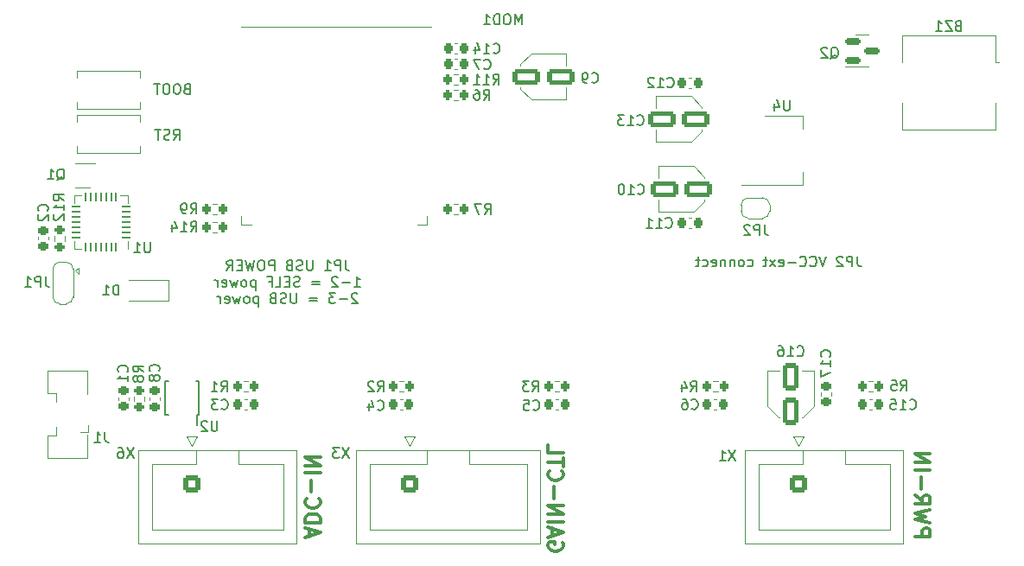
<source format=gbo>
%TF.GenerationSoftware,KiCad,Pcbnew,(6.0.0-0)*%
%TF.CreationDate,2022-02-21T20:15:33+01:00*%
%TF.ProjectId,MiliOhmMeter,4d696c69-4f68-46d4-9d65-7465722e6b69,rev?*%
%TF.SameCoordinates,Original*%
%TF.FileFunction,Legend,Bot*%
%TF.FilePolarity,Positive*%
%FSLAX46Y46*%
G04 Gerber Fmt 4.6, Leading zero omitted, Abs format (unit mm)*
G04 Created by KiCad (PCBNEW (6.0.0-0)) date 2022-02-21 20:15:33*
%MOMM*%
%LPD*%
G01*
G04 APERTURE LIST*
G04 Aperture macros list*
%AMRoundRect*
0 Rectangle with rounded corners*
0 $1 Rounding radius*
0 $2 $3 $4 $5 $6 $7 $8 $9 X,Y pos of 4 corners*
0 Add a 4 corners polygon primitive as box body*
4,1,4,$2,$3,$4,$5,$6,$7,$8,$9,$2,$3,0*
0 Add four circle primitives for the rounded corners*
1,1,$1+$1,$2,$3*
1,1,$1+$1,$4,$5*
1,1,$1+$1,$6,$7*
1,1,$1+$1,$8,$9*
0 Add four rect primitives between the rounded corners*
20,1,$1+$1,$2,$3,$4,$5,0*
20,1,$1+$1,$4,$5,$6,$7,0*
20,1,$1+$1,$6,$7,$8,$9,0*
20,1,$1+$1,$8,$9,$2,$3,0*%
%AMFreePoly0*
4,1,22,0.500000,-0.750000,0.000000,-0.750000,0.000000,-0.745033,-0.079941,-0.743568,-0.215256,-0.701293,-0.333266,-0.622738,-0.424486,-0.514219,-0.481581,-0.384460,-0.499164,-0.250000,-0.500000,-0.250000,-0.500000,0.250000,-0.499164,0.250000,-0.499963,0.256109,-0.478152,0.396186,-0.417904,0.524511,-0.324060,0.630769,-0.204165,0.706417,-0.067858,0.745374,0.000000,0.744959,0.000000,0.750000,
0.500000,0.750000,0.500000,-0.750000,0.500000,-0.750000,$1*%
%AMFreePoly1*
4,1,20,0.000000,0.744959,0.073905,0.744508,0.209726,0.703889,0.328688,0.626782,0.421226,0.519385,0.479903,0.390333,0.500000,0.250000,0.500000,-0.250000,0.499851,-0.262216,0.476331,-0.402017,0.414519,-0.529596,0.319384,-0.634700,0.198574,-0.708877,0.061801,-0.746166,0.000000,-0.745033,0.000000,-0.750000,-0.500000,-0.750000,-0.500000,0.750000,0.000000,0.750000,0.000000,0.744959,
0.000000,0.744959,$1*%
%AMFreePoly2*
4,1,22,0.550000,-0.750000,0.000000,-0.750000,0.000000,-0.745033,-0.079941,-0.743568,-0.215256,-0.701293,-0.333266,-0.622738,-0.424486,-0.514219,-0.481581,-0.384460,-0.499164,-0.250000,-0.500000,-0.250000,-0.500000,0.250000,-0.499164,0.250000,-0.499963,0.256109,-0.478152,0.396186,-0.417904,0.524511,-0.324060,0.630769,-0.204165,0.706417,-0.067858,0.745374,0.000000,0.744959,0.000000,0.750000,
0.550000,0.750000,0.550000,-0.750000,0.550000,-0.750000,$1*%
%AMFreePoly3*
4,1,20,0.000000,0.744959,0.073905,0.744508,0.209726,0.703889,0.328688,0.626782,0.421226,0.519385,0.479903,0.390333,0.500000,0.250000,0.500000,-0.250000,0.499851,-0.262216,0.476331,-0.402017,0.414519,-0.529596,0.319384,-0.634700,0.198574,-0.708877,0.061801,-0.746166,0.000000,-0.745033,0.000000,-0.750000,-0.550000,-0.750000,-0.550000,0.750000,0.000000,0.750000,0.000000,0.744959,
0.000000,0.744959,$1*%
G04 Aperture macros list end*
%ADD10C,0.150000*%
%ADD11C,0.300000*%
%ADD12C,0.120000*%
%ADD13C,5.499999*%
%ADD14C,3.000000*%
%ADD15R,1.700000X1.700000*%
%ADD16O,1.700000X1.700000*%
%ADD17RoundRect,0.225000X-0.250000X0.225000X-0.250000X-0.225000X0.250000X-0.225000X0.250000X0.225000X0*%
%ADD18RoundRect,0.225000X0.225000X0.250000X-0.225000X0.250000X-0.225000X-0.250000X0.225000X-0.250000X0*%
%ADD19RoundRect,0.200000X-0.200000X-0.275000X0.200000X-0.275000X0.200000X0.275000X-0.200000X0.275000X0*%
%ADD20RoundRect,0.250000X-0.600000X0.600000X-0.600000X-0.600000X0.600000X-0.600000X0.600000X0.600000X0*%
%ADD21C,1.700000*%
%ADD22RoundRect,0.200000X0.200000X0.275000X-0.200000X0.275000X-0.200000X-0.275000X0.200000X-0.275000X0*%
%ADD23R,0.250000X1.100000*%
%ADD24RoundRect,0.250000X1.075000X0.550000X-1.075000X0.550000X-1.075000X-0.550000X1.075000X-0.550000X0*%
%ADD25R,0.900000X1.200000*%
%ADD26RoundRect,0.150000X-0.587500X-0.150000X0.587500X-0.150000X0.587500X0.150000X-0.587500X0.150000X0*%
%ADD27FreePoly0,180.000000*%
%ADD28FreePoly1,180.000000*%
%ADD29RoundRect,0.225000X0.250000X-0.225000X0.250000X0.225000X-0.250000X0.225000X-0.250000X-0.225000X0*%
%ADD30RoundRect,0.225000X-0.225000X-0.250000X0.225000X-0.250000X0.225000X0.250000X-0.225000X0.250000X0*%
%ADD31RoundRect,0.250000X-1.075000X-0.550000X1.075000X-0.550000X1.075000X0.550000X-1.075000X0.550000X0*%
%ADD32RoundRect,0.200000X-0.275000X0.200000X-0.275000X-0.200000X0.275000X-0.200000X0.275000X0.200000X0*%
%ADD33RoundRect,0.062500X0.062500X-0.337500X0.062500X0.337500X-0.062500X0.337500X-0.062500X-0.337500X0*%
%ADD34RoundRect,0.062500X0.337500X-0.062500X0.337500X0.062500X-0.337500X0.062500X-0.337500X-0.062500X0*%
%ADD35R,3.350000X3.350000*%
%ADD36RoundRect,0.250000X0.550000X-1.075000X0.550000X1.075000X-0.550000X1.075000X-0.550000X-1.075000X0*%
%ADD37R,1.500000X0.450000*%
%ADD38O,1.100000X2.200000*%
%ADD39O,1.100000X1.800000*%
%ADD40R,2.000000X1.600000*%
%ADD41FreePoly2,270.000000*%
%ADD42R,1.500000X1.000000*%
%ADD43FreePoly3,270.000000*%
%ADD44R,0.650000X0.400000*%
%ADD45R,1.300000X3.400000*%
%ADD46R,2.000000X1.500000*%
%ADD47R,2.000000X3.800000*%
%ADD48R,2.000000X0.900000*%
%ADD49R,0.900000X2.000000*%
%ADD50R,5.000000X5.000000*%
G04 APERTURE END LIST*
D10*
X138652876Y-95972380D02*
X138652876Y-96686666D01*
X138700495Y-96829523D01*
X138795733Y-96924761D01*
X138938590Y-96972380D01*
X139033828Y-96972380D01*
X138176685Y-96972380D02*
X138176685Y-95972380D01*
X137795733Y-95972380D01*
X137700495Y-96020000D01*
X137652876Y-96067619D01*
X137605257Y-96162857D01*
X137605257Y-96305714D01*
X137652876Y-96400952D01*
X137700495Y-96448571D01*
X137795733Y-96496190D01*
X138176685Y-96496190D01*
X137224304Y-96067619D02*
X137176685Y-96020000D01*
X137081447Y-95972380D01*
X136843352Y-95972380D01*
X136748114Y-96020000D01*
X136700495Y-96067619D01*
X136652876Y-96162857D01*
X136652876Y-96258095D01*
X136700495Y-96400952D01*
X137271923Y-96972380D01*
X136652876Y-96972380D01*
X135605257Y-95972380D02*
X135271923Y-96972380D01*
X134938590Y-95972380D01*
X134033828Y-96877142D02*
X134081447Y-96924761D01*
X134224304Y-96972380D01*
X134319542Y-96972380D01*
X134462400Y-96924761D01*
X134557638Y-96829523D01*
X134605257Y-96734285D01*
X134652876Y-96543809D01*
X134652876Y-96400952D01*
X134605257Y-96210476D01*
X134557638Y-96115238D01*
X134462400Y-96020000D01*
X134319542Y-95972380D01*
X134224304Y-95972380D01*
X134081447Y-96020000D01*
X134033828Y-96067619D01*
X133033828Y-96877142D02*
X133081447Y-96924761D01*
X133224304Y-96972380D01*
X133319542Y-96972380D01*
X133462400Y-96924761D01*
X133557638Y-96829523D01*
X133605257Y-96734285D01*
X133652876Y-96543809D01*
X133652876Y-96400952D01*
X133605257Y-96210476D01*
X133557638Y-96115238D01*
X133462400Y-96020000D01*
X133319542Y-95972380D01*
X133224304Y-95972380D01*
X133081447Y-96020000D01*
X133033828Y-96067619D01*
X132605257Y-96591428D02*
X131843352Y-96591428D01*
X130986209Y-96924761D02*
X131081447Y-96972380D01*
X131271923Y-96972380D01*
X131367161Y-96924761D01*
X131414780Y-96829523D01*
X131414780Y-96448571D01*
X131367161Y-96353333D01*
X131271923Y-96305714D01*
X131081447Y-96305714D01*
X130986209Y-96353333D01*
X130938590Y-96448571D01*
X130938590Y-96543809D01*
X131414780Y-96639047D01*
X130605257Y-96972380D02*
X130081447Y-96305714D01*
X130605257Y-96305714D02*
X130081447Y-96972380D01*
X129843352Y-96305714D02*
X129462400Y-96305714D01*
X129700495Y-95972380D02*
X129700495Y-96829523D01*
X129652876Y-96924761D01*
X129557638Y-96972380D01*
X129462400Y-96972380D01*
X127938590Y-96924761D02*
X128033828Y-96972380D01*
X128224304Y-96972380D01*
X128319542Y-96924761D01*
X128367161Y-96877142D01*
X128414780Y-96781904D01*
X128414780Y-96496190D01*
X128367161Y-96400952D01*
X128319542Y-96353333D01*
X128224304Y-96305714D01*
X128033828Y-96305714D01*
X127938590Y-96353333D01*
X127367161Y-96972380D02*
X127462400Y-96924761D01*
X127510019Y-96877142D01*
X127557638Y-96781904D01*
X127557638Y-96496190D01*
X127510019Y-96400952D01*
X127462400Y-96353333D01*
X127367161Y-96305714D01*
X127224304Y-96305714D01*
X127129066Y-96353333D01*
X127081447Y-96400952D01*
X127033828Y-96496190D01*
X127033828Y-96781904D01*
X127081447Y-96877142D01*
X127129066Y-96924761D01*
X127224304Y-96972380D01*
X127367161Y-96972380D01*
X126605257Y-96305714D02*
X126605257Y-96972380D01*
X126605257Y-96400952D02*
X126557638Y-96353333D01*
X126462400Y-96305714D01*
X126319542Y-96305714D01*
X126224304Y-96353333D01*
X126176685Y-96448571D01*
X126176685Y-96972380D01*
X125700495Y-96305714D02*
X125700495Y-96972380D01*
X125700495Y-96400952D02*
X125652876Y-96353333D01*
X125557638Y-96305714D01*
X125414780Y-96305714D01*
X125319542Y-96353333D01*
X125271923Y-96448571D01*
X125271923Y-96972380D01*
X124414780Y-96924761D02*
X124510019Y-96972380D01*
X124700495Y-96972380D01*
X124795733Y-96924761D01*
X124843352Y-96829523D01*
X124843352Y-96448571D01*
X124795733Y-96353333D01*
X124700495Y-96305714D01*
X124510019Y-96305714D01*
X124414780Y-96353333D01*
X124367161Y-96448571D01*
X124367161Y-96543809D01*
X124843352Y-96639047D01*
X123510019Y-96924761D02*
X123605257Y-96972380D01*
X123795733Y-96972380D01*
X123890971Y-96924761D01*
X123938590Y-96877142D01*
X123986209Y-96781904D01*
X123986209Y-96496190D01*
X123938590Y-96400952D01*
X123890971Y-96353333D01*
X123795733Y-96305714D01*
X123605257Y-96305714D01*
X123510019Y-96353333D01*
X123224304Y-96305714D02*
X122843352Y-96305714D01*
X123081447Y-95972380D02*
X123081447Y-96829523D01*
X123033828Y-96924761D01*
X122938590Y-96972380D01*
X122843352Y-96972380D01*
D11*
X109766800Y-123985600D02*
X109838228Y-124128457D01*
X109838228Y-124342742D01*
X109766800Y-124557028D01*
X109623942Y-124699885D01*
X109481085Y-124771314D01*
X109195371Y-124842742D01*
X108981085Y-124842742D01*
X108695371Y-124771314D01*
X108552514Y-124699885D01*
X108409657Y-124557028D01*
X108338228Y-124342742D01*
X108338228Y-124199885D01*
X108409657Y-123985600D01*
X108481085Y-123914171D01*
X108981085Y-123914171D01*
X108981085Y-124199885D01*
X108766800Y-123342742D02*
X108766800Y-122628457D01*
X108338228Y-123485600D02*
X109838228Y-122985600D01*
X108338228Y-122485600D01*
X108338228Y-121985600D02*
X109838228Y-121985600D01*
X108338228Y-121271314D02*
X109838228Y-121271314D01*
X108338228Y-120414171D01*
X109838228Y-120414171D01*
X108909657Y-119699885D02*
X108909657Y-118557028D01*
X108481085Y-116985600D02*
X108409657Y-117057028D01*
X108338228Y-117271314D01*
X108338228Y-117414171D01*
X108409657Y-117628457D01*
X108552514Y-117771314D01*
X108695371Y-117842742D01*
X108981085Y-117914171D01*
X109195371Y-117914171D01*
X109481085Y-117842742D01*
X109623942Y-117771314D01*
X109766800Y-117628457D01*
X109838228Y-117414171D01*
X109838228Y-117271314D01*
X109766800Y-117057028D01*
X109695371Y-116985600D01*
X109838228Y-116557028D02*
X109838228Y-115699885D01*
X108338228Y-116128457D02*
X109838228Y-116128457D01*
X108338228Y-114485600D02*
X108338228Y-115199885D01*
X109838228Y-115199885D01*
D10*
X72959742Y-79557571D02*
X72816885Y-79605190D01*
X72769266Y-79652809D01*
X72721647Y-79748047D01*
X72721647Y-79890904D01*
X72769266Y-79986142D01*
X72816885Y-80033761D01*
X72912123Y-80081380D01*
X73293076Y-80081380D01*
X73293076Y-79081380D01*
X72959742Y-79081380D01*
X72864504Y-79129000D01*
X72816885Y-79176619D01*
X72769266Y-79271857D01*
X72769266Y-79367095D01*
X72816885Y-79462333D01*
X72864504Y-79509952D01*
X72959742Y-79557571D01*
X73293076Y-79557571D01*
X72102600Y-79081380D02*
X71912123Y-79081380D01*
X71816885Y-79129000D01*
X71721647Y-79224238D01*
X71674028Y-79414714D01*
X71674028Y-79748047D01*
X71721647Y-79938523D01*
X71816885Y-80033761D01*
X71912123Y-80081380D01*
X72102600Y-80081380D01*
X72197838Y-80033761D01*
X72293076Y-79938523D01*
X72340695Y-79748047D01*
X72340695Y-79414714D01*
X72293076Y-79224238D01*
X72197838Y-79129000D01*
X72102600Y-79081380D01*
X71054980Y-79081380D02*
X70864504Y-79081380D01*
X70769266Y-79129000D01*
X70674028Y-79224238D01*
X70626409Y-79414714D01*
X70626409Y-79748047D01*
X70674028Y-79938523D01*
X70769266Y-80033761D01*
X70864504Y-80081380D01*
X71054980Y-80081380D01*
X71150219Y-80033761D01*
X71245457Y-79938523D01*
X71293076Y-79748047D01*
X71293076Y-79414714D01*
X71245457Y-79224238D01*
X71150219Y-79129000D01*
X71054980Y-79081380D01*
X70340695Y-79081380D02*
X69769266Y-79081380D01*
X70054980Y-80081380D02*
X70054980Y-79081380D01*
X88497657Y-96343580D02*
X88497657Y-97057866D01*
X88545276Y-97200723D01*
X88640514Y-97295961D01*
X88783371Y-97343580D01*
X88878609Y-97343580D01*
X88021466Y-97343580D02*
X88021466Y-96343580D01*
X87640514Y-96343580D01*
X87545276Y-96391200D01*
X87497657Y-96438819D01*
X87450038Y-96534057D01*
X87450038Y-96676914D01*
X87497657Y-96772152D01*
X87545276Y-96819771D01*
X87640514Y-96867390D01*
X88021466Y-96867390D01*
X86497657Y-97343580D02*
X87069085Y-97343580D01*
X86783371Y-97343580D02*
X86783371Y-96343580D01*
X86878609Y-96486438D01*
X86973847Y-96581676D01*
X87069085Y-96629295D01*
X85307180Y-96343580D02*
X85307180Y-97153104D01*
X85259561Y-97248342D01*
X85211942Y-97295961D01*
X85116704Y-97343580D01*
X84926228Y-97343580D01*
X84830990Y-97295961D01*
X84783371Y-97248342D01*
X84735752Y-97153104D01*
X84735752Y-96343580D01*
X84307180Y-97295961D02*
X84164323Y-97343580D01*
X83926228Y-97343580D01*
X83830990Y-97295961D01*
X83783371Y-97248342D01*
X83735752Y-97153104D01*
X83735752Y-97057866D01*
X83783371Y-96962628D01*
X83830990Y-96915009D01*
X83926228Y-96867390D01*
X84116704Y-96819771D01*
X84211942Y-96772152D01*
X84259561Y-96724533D01*
X84307180Y-96629295D01*
X84307180Y-96534057D01*
X84259561Y-96438819D01*
X84211942Y-96391200D01*
X84116704Y-96343580D01*
X83878609Y-96343580D01*
X83735752Y-96391200D01*
X82973847Y-96819771D02*
X82830990Y-96867390D01*
X82783371Y-96915009D01*
X82735752Y-97010247D01*
X82735752Y-97153104D01*
X82783371Y-97248342D01*
X82830990Y-97295961D01*
X82926228Y-97343580D01*
X83307180Y-97343580D01*
X83307180Y-96343580D01*
X82973847Y-96343580D01*
X82878609Y-96391200D01*
X82830990Y-96438819D01*
X82783371Y-96534057D01*
X82783371Y-96629295D01*
X82830990Y-96724533D01*
X82878609Y-96772152D01*
X82973847Y-96819771D01*
X83307180Y-96819771D01*
X81545276Y-97343580D02*
X81545276Y-96343580D01*
X81164323Y-96343580D01*
X81069085Y-96391200D01*
X81021466Y-96438819D01*
X80973847Y-96534057D01*
X80973847Y-96676914D01*
X81021466Y-96772152D01*
X81069085Y-96819771D01*
X81164323Y-96867390D01*
X81545276Y-96867390D01*
X80354800Y-96343580D02*
X80164323Y-96343580D01*
X80069085Y-96391200D01*
X79973847Y-96486438D01*
X79926228Y-96676914D01*
X79926228Y-97010247D01*
X79973847Y-97200723D01*
X80069085Y-97295961D01*
X80164323Y-97343580D01*
X80354800Y-97343580D01*
X80450038Y-97295961D01*
X80545276Y-97200723D01*
X80592895Y-97010247D01*
X80592895Y-96676914D01*
X80545276Y-96486438D01*
X80450038Y-96391200D01*
X80354800Y-96343580D01*
X79592895Y-96343580D02*
X79354800Y-97343580D01*
X79164323Y-96629295D01*
X78973847Y-97343580D01*
X78735752Y-96343580D01*
X78354800Y-96819771D02*
X78021466Y-96819771D01*
X77878609Y-97343580D02*
X78354800Y-97343580D01*
X78354800Y-96343580D01*
X77878609Y-96343580D01*
X76878609Y-97343580D02*
X77211942Y-96867390D01*
X77450038Y-97343580D02*
X77450038Y-96343580D01*
X77069085Y-96343580D01*
X76973847Y-96391200D01*
X76926228Y-96438819D01*
X76878609Y-96534057D01*
X76878609Y-96676914D01*
X76926228Y-96772152D01*
X76973847Y-96819771D01*
X77069085Y-96867390D01*
X77450038Y-96867390D01*
X89354800Y-98953580D02*
X89926228Y-98953580D01*
X89640514Y-98953580D02*
X89640514Y-97953580D01*
X89735752Y-98096438D01*
X89830990Y-98191676D01*
X89926228Y-98239295D01*
X88926228Y-98572628D02*
X88164323Y-98572628D01*
X87735752Y-98048819D02*
X87688133Y-98001200D01*
X87592895Y-97953580D01*
X87354800Y-97953580D01*
X87259561Y-98001200D01*
X87211942Y-98048819D01*
X87164323Y-98144057D01*
X87164323Y-98239295D01*
X87211942Y-98382152D01*
X87783371Y-98953580D01*
X87164323Y-98953580D01*
X85973847Y-98429771D02*
X85211942Y-98429771D01*
X85211942Y-98715485D02*
X85973847Y-98715485D01*
X84021466Y-98905961D02*
X83878609Y-98953580D01*
X83640514Y-98953580D01*
X83545276Y-98905961D01*
X83497657Y-98858342D01*
X83450038Y-98763104D01*
X83450038Y-98667866D01*
X83497657Y-98572628D01*
X83545276Y-98525009D01*
X83640514Y-98477390D01*
X83830990Y-98429771D01*
X83926228Y-98382152D01*
X83973847Y-98334533D01*
X84021466Y-98239295D01*
X84021466Y-98144057D01*
X83973847Y-98048819D01*
X83926228Y-98001200D01*
X83830990Y-97953580D01*
X83592895Y-97953580D01*
X83450038Y-98001200D01*
X83021466Y-98429771D02*
X82688133Y-98429771D01*
X82545276Y-98953580D02*
X83021466Y-98953580D01*
X83021466Y-97953580D01*
X82545276Y-97953580D01*
X81640514Y-98953580D02*
X82116704Y-98953580D01*
X82116704Y-97953580D01*
X80973847Y-98429771D02*
X81307180Y-98429771D01*
X81307180Y-98953580D02*
X81307180Y-97953580D01*
X80830990Y-97953580D01*
X79688133Y-98286914D02*
X79688133Y-99286914D01*
X79688133Y-98334533D02*
X79592895Y-98286914D01*
X79402419Y-98286914D01*
X79307180Y-98334533D01*
X79259561Y-98382152D01*
X79211942Y-98477390D01*
X79211942Y-98763104D01*
X79259561Y-98858342D01*
X79307180Y-98905961D01*
X79402419Y-98953580D01*
X79592895Y-98953580D01*
X79688133Y-98905961D01*
X78640514Y-98953580D02*
X78735752Y-98905961D01*
X78783371Y-98858342D01*
X78830990Y-98763104D01*
X78830990Y-98477390D01*
X78783371Y-98382152D01*
X78735752Y-98334533D01*
X78640514Y-98286914D01*
X78497657Y-98286914D01*
X78402419Y-98334533D01*
X78354800Y-98382152D01*
X78307180Y-98477390D01*
X78307180Y-98763104D01*
X78354800Y-98858342D01*
X78402419Y-98905961D01*
X78497657Y-98953580D01*
X78640514Y-98953580D01*
X77973847Y-98286914D02*
X77783371Y-98953580D01*
X77592895Y-98477390D01*
X77402419Y-98953580D01*
X77211942Y-98286914D01*
X76450038Y-98905961D02*
X76545276Y-98953580D01*
X76735752Y-98953580D01*
X76830990Y-98905961D01*
X76878609Y-98810723D01*
X76878609Y-98429771D01*
X76830990Y-98334533D01*
X76735752Y-98286914D01*
X76545276Y-98286914D01*
X76450038Y-98334533D01*
X76402419Y-98429771D01*
X76402419Y-98525009D01*
X76878609Y-98620247D01*
X75973847Y-98953580D02*
X75973847Y-98286914D01*
X75973847Y-98477390D02*
X75926228Y-98382152D01*
X75878609Y-98334533D01*
X75783371Y-98286914D01*
X75688133Y-98286914D01*
X89664323Y-99658819D02*
X89616704Y-99611200D01*
X89521466Y-99563580D01*
X89283371Y-99563580D01*
X89188133Y-99611200D01*
X89140514Y-99658819D01*
X89092895Y-99754057D01*
X89092895Y-99849295D01*
X89140514Y-99992152D01*
X89711942Y-100563580D01*
X89092895Y-100563580D01*
X88664323Y-100182628D02*
X87902419Y-100182628D01*
X87521466Y-99563580D02*
X86902419Y-99563580D01*
X87235752Y-99944533D01*
X87092895Y-99944533D01*
X86997657Y-99992152D01*
X86950038Y-100039771D01*
X86902419Y-100135009D01*
X86902419Y-100373104D01*
X86950038Y-100468342D01*
X86997657Y-100515961D01*
X87092895Y-100563580D01*
X87378609Y-100563580D01*
X87473847Y-100515961D01*
X87521466Y-100468342D01*
X85711942Y-100039771D02*
X84950038Y-100039771D01*
X84950038Y-100325485D02*
X85711942Y-100325485D01*
X83711942Y-99563580D02*
X83711942Y-100373104D01*
X83664323Y-100468342D01*
X83616704Y-100515961D01*
X83521466Y-100563580D01*
X83330990Y-100563580D01*
X83235752Y-100515961D01*
X83188133Y-100468342D01*
X83140514Y-100373104D01*
X83140514Y-99563580D01*
X82711942Y-100515961D02*
X82569085Y-100563580D01*
X82330990Y-100563580D01*
X82235752Y-100515961D01*
X82188133Y-100468342D01*
X82140514Y-100373104D01*
X82140514Y-100277866D01*
X82188133Y-100182628D01*
X82235752Y-100135009D01*
X82330990Y-100087390D01*
X82521466Y-100039771D01*
X82616704Y-99992152D01*
X82664323Y-99944533D01*
X82711942Y-99849295D01*
X82711942Y-99754057D01*
X82664323Y-99658819D01*
X82616704Y-99611200D01*
X82521466Y-99563580D01*
X82283371Y-99563580D01*
X82140514Y-99611200D01*
X81378609Y-100039771D02*
X81235752Y-100087390D01*
X81188133Y-100135009D01*
X81140514Y-100230247D01*
X81140514Y-100373104D01*
X81188133Y-100468342D01*
X81235752Y-100515961D01*
X81330990Y-100563580D01*
X81711942Y-100563580D01*
X81711942Y-99563580D01*
X81378609Y-99563580D01*
X81283371Y-99611200D01*
X81235752Y-99658819D01*
X81188133Y-99754057D01*
X81188133Y-99849295D01*
X81235752Y-99944533D01*
X81283371Y-99992152D01*
X81378609Y-100039771D01*
X81711942Y-100039771D01*
X79950038Y-99896914D02*
X79950038Y-100896914D01*
X79950038Y-99944533D02*
X79854800Y-99896914D01*
X79664323Y-99896914D01*
X79569085Y-99944533D01*
X79521466Y-99992152D01*
X79473847Y-100087390D01*
X79473847Y-100373104D01*
X79521466Y-100468342D01*
X79569085Y-100515961D01*
X79664323Y-100563580D01*
X79854800Y-100563580D01*
X79950038Y-100515961D01*
X78902419Y-100563580D02*
X78997657Y-100515961D01*
X79045276Y-100468342D01*
X79092895Y-100373104D01*
X79092895Y-100087390D01*
X79045276Y-99992152D01*
X78997657Y-99944533D01*
X78902419Y-99896914D01*
X78759561Y-99896914D01*
X78664323Y-99944533D01*
X78616704Y-99992152D01*
X78569085Y-100087390D01*
X78569085Y-100373104D01*
X78616704Y-100468342D01*
X78664323Y-100515961D01*
X78759561Y-100563580D01*
X78902419Y-100563580D01*
X78235752Y-99896914D02*
X78045276Y-100563580D01*
X77854800Y-100087390D01*
X77664323Y-100563580D01*
X77473847Y-99896914D01*
X76711942Y-100515961D02*
X76807180Y-100563580D01*
X76997657Y-100563580D01*
X77092895Y-100515961D01*
X77140514Y-100420723D01*
X77140514Y-100039771D01*
X77092895Y-99944533D01*
X76997657Y-99896914D01*
X76807180Y-99896914D01*
X76711942Y-99944533D01*
X76664323Y-100039771D01*
X76664323Y-100135009D01*
X77140514Y-100230247D01*
X76235752Y-100563580D02*
X76235752Y-99896914D01*
X76235752Y-100087390D02*
X76188133Y-99992152D01*
X76140514Y-99944533D01*
X76045276Y-99896914D01*
X75950038Y-99896914D01*
D11*
X144304628Y-123451428D02*
X145804628Y-123451428D01*
X145804628Y-122880000D01*
X145733200Y-122737142D01*
X145661771Y-122665714D01*
X145518914Y-122594285D01*
X145304628Y-122594285D01*
X145161771Y-122665714D01*
X145090342Y-122737142D01*
X145018914Y-122880000D01*
X145018914Y-123451428D01*
X145804628Y-122094285D02*
X144304628Y-121737142D01*
X145376057Y-121451428D01*
X144304628Y-121165714D01*
X145804628Y-120808571D01*
X144304628Y-119380000D02*
X145018914Y-119880000D01*
X144304628Y-120237142D02*
X145804628Y-120237142D01*
X145804628Y-119665714D01*
X145733200Y-119522857D01*
X145661771Y-119451428D01*
X145518914Y-119380000D01*
X145304628Y-119380000D01*
X145161771Y-119451428D01*
X145090342Y-119522857D01*
X145018914Y-119665714D01*
X145018914Y-120237142D01*
X144876057Y-118737142D02*
X144876057Y-117594285D01*
X144304628Y-116880000D02*
X145804628Y-116880000D01*
X144304628Y-116165714D02*
X145804628Y-116165714D01*
X144304628Y-115308571D01*
X145804628Y-115308571D01*
D10*
X71667619Y-84551780D02*
X72000952Y-84075590D01*
X72239047Y-84551780D02*
X72239047Y-83551780D01*
X71858095Y-83551780D01*
X71762857Y-83599400D01*
X71715238Y-83647019D01*
X71667619Y-83742257D01*
X71667619Y-83885114D01*
X71715238Y-83980352D01*
X71762857Y-84027971D01*
X71858095Y-84075590D01*
X72239047Y-84075590D01*
X71286666Y-84504161D02*
X71143809Y-84551780D01*
X70905714Y-84551780D01*
X70810476Y-84504161D01*
X70762857Y-84456542D01*
X70715238Y-84361304D01*
X70715238Y-84266066D01*
X70762857Y-84170828D01*
X70810476Y-84123209D01*
X70905714Y-84075590D01*
X71096190Y-84027971D01*
X71191428Y-83980352D01*
X71239047Y-83932733D01*
X71286666Y-83837495D01*
X71286666Y-83742257D01*
X71239047Y-83647019D01*
X71191428Y-83599400D01*
X71096190Y-83551780D01*
X70858095Y-83551780D01*
X70715238Y-83599400D01*
X70429523Y-83551780D02*
X69858095Y-83551780D01*
X70143809Y-84551780D02*
X70143809Y-83551780D01*
D11*
X84992400Y-123410171D02*
X84992400Y-122695885D01*
X84563828Y-123553028D02*
X86063828Y-123053028D01*
X84563828Y-122553028D01*
X84563828Y-122053028D02*
X86063828Y-122053028D01*
X86063828Y-121695885D01*
X85992400Y-121481600D01*
X85849542Y-121338742D01*
X85706685Y-121267314D01*
X85420971Y-121195885D01*
X85206685Y-121195885D01*
X84920971Y-121267314D01*
X84778114Y-121338742D01*
X84635257Y-121481600D01*
X84563828Y-121695885D01*
X84563828Y-122053028D01*
X84706685Y-119695885D02*
X84635257Y-119767314D01*
X84563828Y-119981600D01*
X84563828Y-120124457D01*
X84635257Y-120338742D01*
X84778114Y-120481600D01*
X84920971Y-120553028D01*
X85206685Y-120624457D01*
X85420971Y-120624457D01*
X85706685Y-120553028D01*
X85849542Y-120481600D01*
X85992400Y-120338742D01*
X86063828Y-120124457D01*
X86063828Y-119981600D01*
X85992400Y-119767314D01*
X85920971Y-119695885D01*
X85135257Y-119053028D02*
X85135257Y-117910171D01*
X84563828Y-117195885D02*
X86063828Y-117195885D01*
X84563828Y-116481600D02*
X86063828Y-116481600D01*
X84563828Y-115624457D01*
X86063828Y-115624457D01*
D10*
%TO.C,C8*%
X70207142Y-107211533D02*
X70254761Y-107163914D01*
X70302380Y-107021057D01*
X70302380Y-106925819D01*
X70254761Y-106782961D01*
X70159523Y-106687723D01*
X70064285Y-106640104D01*
X69873809Y-106592485D01*
X69730952Y-106592485D01*
X69540476Y-106640104D01*
X69445238Y-106687723D01*
X69350000Y-106782961D01*
X69302380Y-106925819D01*
X69302380Y-107021057D01*
X69350000Y-107163914D01*
X69397619Y-107211533D01*
X69730952Y-107782961D02*
X69683333Y-107687723D01*
X69635714Y-107640104D01*
X69540476Y-107592485D01*
X69492857Y-107592485D01*
X69397619Y-107640104D01*
X69350000Y-107687723D01*
X69302380Y-107782961D01*
X69302380Y-107973438D01*
X69350000Y-108068676D01*
X69397619Y-108116295D01*
X69492857Y-108163914D01*
X69540476Y-108163914D01*
X69635714Y-108116295D01*
X69683333Y-108068676D01*
X69730952Y-107973438D01*
X69730952Y-107782961D01*
X69778571Y-107687723D01*
X69826190Y-107640104D01*
X69921428Y-107592485D01*
X70111904Y-107592485D01*
X70207142Y-107640104D01*
X70254761Y-107687723D01*
X70302380Y-107782961D01*
X70302380Y-107973438D01*
X70254761Y-108068676D01*
X70207142Y-108116295D01*
X70111904Y-108163914D01*
X69921428Y-108163914D01*
X69826190Y-108116295D01*
X69778571Y-108068676D01*
X69730952Y-107973438D01*
%TO.C,C5*%
X106897466Y-110948742D02*
X106945085Y-110996361D01*
X107087942Y-111043980D01*
X107183180Y-111043980D01*
X107326038Y-110996361D01*
X107421276Y-110901123D01*
X107468895Y-110805885D01*
X107516514Y-110615409D01*
X107516514Y-110472552D01*
X107468895Y-110282076D01*
X107421276Y-110186838D01*
X107326038Y-110091600D01*
X107183180Y-110043980D01*
X107087942Y-110043980D01*
X106945085Y-110091600D01*
X106897466Y-110139219D01*
X105992704Y-110043980D02*
X106468895Y-110043980D01*
X106516514Y-110520171D01*
X106468895Y-110472552D01*
X106373657Y-110424933D01*
X106135561Y-110424933D01*
X106040323Y-110472552D01*
X105992704Y-110520171D01*
X105945085Y-110615409D01*
X105945085Y-110853504D01*
X105992704Y-110948742D01*
X106040323Y-110996361D01*
X106135561Y-111043980D01*
X106373657Y-111043980D01*
X106468895Y-110996361D01*
X106516514Y-110948742D01*
%TO.C,C1*%
X67108342Y-107275333D02*
X67155961Y-107227714D01*
X67203580Y-107084857D01*
X67203580Y-106989619D01*
X67155961Y-106846761D01*
X67060723Y-106751523D01*
X66965485Y-106703904D01*
X66775009Y-106656285D01*
X66632152Y-106656285D01*
X66441676Y-106703904D01*
X66346438Y-106751523D01*
X66251200Y-106846761D01*
X66203580Y-106989619D01*
X66203580Y-107084857D01*
X66251200Y-107227714D01*
X66298819Y-107275333D01*
X67203580Y-108227714D02*
X67203580Y-107656285D01*
X67203580Y-107942000D02*
X66203580Y-107942000D01*
X66346438Y-107846761D01*
X66441676Y-107751523D01*
X66489295Y-107656285D01*
%TO.C,R7*%
X102173066Y-91816180D02*
X102506400Y-91339990D01*
X102744495Y-91816180D02*
X102744495Y-90816180D01*
X102363542Y-90816180D01*
X102268304Y-90863800D01*
X102220685Y-90911419D01*
X102173066Y-91006657D01*
X102173066Y-91149514D01*
X102220685Y-91244752D01*
X102268304Y-91292371D01*
X102363542Y-91339990D01*
X102744495Y-91339990D01*
X101839733Y-90816180D02*
X101173066Y-90816180D01*
X101601638Y-91816180D01*
%TO.C,X3*%
X88845923Y-114717580D02*
X88179257Y-115717580D01*
X88179257Y-114717580D02*
X88845923Y-115717580D01*
X87893542Y-114717580D02*
X87274495Y-114717580D01*
X87607828Y-115098533D01*
X87464971Y-115098533D01*
X87369733Y-115146152D01*
X87322114Y-115193771D01*
X87274495Y-115289009D01*
X87274495Y-115527104D01*
X87322114Y-115622342D01*
X87369733Y-115669961D01*
X87464971Y-115717580D01*
X87750685Y-115717580D01*
X87845923Y-115669961D01*
X87893542Y-115622342D01*
%TO.C,C15*%
X143797257Y-110897942D02*
X143844876Y-110945561D01*
X143987733Y-110993180D01*
X144082971Y-110993180D01*
X144225828Y-110945561D01*
X144321066Y-110850323D01*
X144368685Y-110755085D01*
X144416304Y-110564609D01*
X144416304Y-110421752D01*
X144368685Y-110231276D01*
X144321066Y-110136038D01*
X144225828Y-110040800D01*
X144082971Y-109993180D01*
X143987733Y-109993180D01*
X143844876Y-110040800D01*
X143797257Y-110088419D01*
X142844876Y-110993180D02*
X143416304Y-110993180D01*
X143130590Y-110993180D02*
X143130590Y-109993180D01*
X143225828Y-110136038D01*
X143321066Y-110231276D01*
X143416304Y-110278895D01*
X141940114Y-109993180D02*
X142416304Y-109993180D01*
X142463923Y-110469371D01*
X142416304Y-110421752D01*
X142321066Y-110374133D01*
X142082971Y-110374133D01*
X141987733Y-110421752D01*
X141940114Y-110469371D01*
X141892495Y-110564609D01*
X141892495Y-110802704D01*
X141940114Y-110897942D01*
X141987733Y-110945561D01*
X142082971Y-110993180D01*
X142321066Y-110993180D01*
X142416304Y-110945561D01*
X142463923Y-110897942D01*
%TO.C,R2*%
X91657466Y-109215180D02*
X91990800Y-108738990D01*
X92228895Y-109215180D02*
X92228895Y-108215180D01*
X91847942Y-108215180D01*
X91752704Y-108262800D01*
X91705085Y-108310419D01*
X91657466Y-108405657D01*
X91657466Y-108548514D01*
X91705085Y-108643752D01*
X91752704Y-108691371D01*
X91847942Y-108738990D01*
X92228895Y-108738990D01*
X91276514Y-108310419D02*
X91228895Y-108262800D01*
X91133657Y-108215180D01*
X90895561Y-108215180D01*
X90800323Y-108262800D01*
X90752704Y-108310419D01*
X90705085Y-108405657D01*
X90705085Y-108500895D01*
X90752704Y-108643752D01*
X91324133Y-109215180D01*
X90705085Y-109215180D01*
%TO.C,C6*%
X122416866Y-110872542D02*
X122464485Y-110920161D01*
X122607342Y-110967780D01*
X122702580Y-110967780D01*
X122845438Y-110920161D01*
X122940676Y-110824923D01*
X122988295Y-110729685D01*
X123035914Y-110539209D01*
X123035914Y-110396352D01*
X122988295Y-110205876D01*
X122940676Y-110110638D01*
X122845438Y-110015400D01*
X122702580Y-109967780D01*
X122607342Y-109967780D01*
X122464485Y-110015400D01*
X122416866Y-110063019D01*
X121559723Y-109967780D02*
X121750200Y-109967780D01*
X121845438Y-110015400D01*
X121893057Y-110063019D01*
X121988295Y-110205876D01*
X122035914Y-110396352D01*
X122035914Y-110777304D01*
X121988295Y-110872542D01*
X121940676Y-110920161D01*
X121845438Y-110967780D01*
X121654961Y-110967780D01*
X121559723Y-110920161D01*
X121512104Y-110872542D01*
X121464485Y-110777304D01*
X121464485Y-110539209D01*
X121512104Y-110443971D01*
X121559723Y-110396352D01*
X121654961Y-110348733D01*
X121845438Y-110348733D01*
X121940676Y-110396352D01*
X121988295Y-110443971D01*
X122035914Y-110539209D01*
%TO.C,U2*%
X75945904Y-112101380D02*
X75945904Y-112910904D01*
X75898285Y-113006142D01*
X75850666Y-113053761D01*
X75755428Y-113101380D01*
X75564952Y-113101380D01*
X75469714Y-113053761D01*
X75422095Y-113006142D01*
X75374476Y-112910904D01*
X75374476Y-112101380D01*
X74945904Y-112196619D02*
X74898285Y-112149000D01*
X74803047Y-112101380D01*
X74564952Y-112101380D01*
X74469714Y-112149000D01*
X74422095Y-112196619D01*
X74374476Y-112291857D01*
X74374476Y-112387095D01*
X74422095Y-112529952D01*
X74993523Y-113101380D01*
X74374476Y-113101380D01*
%TO.C,C13*%
X117101857Y-83034142D02*
X117149476Y-83081761D01*
X117292333Y-83129380D01*
X117387571Y-83129380D01*
X117530428Y-83081761D01*
X117625666Y-82986523D01*
X117673285Y-82891285D01*
X117720904Y-82700809D01*
X117720904Y-82557952D01*
X117673285Y-82367476D01*
X117625666Y-82272238D01*
X117530428Y-82177000D01*
X117387571Y-82129380D01*
X117292333Y-82129380D01*
X117149476Y-82177000D01*
X117101857Y-82224619D01*
X116149476Y-83129380D02*
X116720904Y-83129380D01*
X116435190Y-83129380D02*
X116435190Y-82129380D01*
X116530428Y-82272238D01*
X116625666Y-82367476D01*
X116720904Y-82415095D01*
X115816142Y-82129380D02*
X115197095Y-82129380D01*
X115530428Y-82510333D01*
X115387571Y-82510333D01*
X115292333Y-82557952D01*
X115244714Y-82605571D01*
X115197095Y-82700809D01*
X115197095Y-82938904D01*
X115244714Y-83034142D01*
X115292333Y-83081761D01*
X115387571Y-83129380D01*
X115673285Y-83129380D01*
X115768523Y-83081761D01*
X115816142Y-83034142D01*
%TO.C,D1*%
X66295495Y-99766380D02*
X66295495Y-98766380D01*
X66057400Y-98766380D01*
X65914542Y-98814000D01*
X65819304Y-98909238D01*
X65771685Y-99004476D01*
X65724066Y-99194952D01*
X65724066Y-99337809D01*
X65771685Y-99528285D01*
X65819304Y-99623523D01*
X65914542Y-99718761D01*
X66057400Y-99766380D01*
X66295495Y-99766380D01*
X64771685Y-99766380D02*
X65343114Y-99766380D01*
X65057400Y-99766380D02*
X65057400Y-98766380D01*
X65152638Y-98909238D01*
X65247876Y-99004476D01*
X65343114Y-99052095D01*
%TO.C,R3*%
X106846666Y-109189780D02*
X107180000Y-108713590D01*
X107418095Y-109189780D02*
X107418095Y-108189780D01*
X107037142Y-108189780D01*
X106941904Y-108237400D01*
X106894285Y-108285019D01*
X106846666Y-108380257D01*
X106846666Y-108523114D01*
X106894285Y-108618352D01*
X106941904Y-108665971D01*
X107037142Y-108713590D01*
X107418095Y-108713590D01*
X106513333Y-108189780D02*
X105894285Y-108189780D01*
X106227619Y-108570733D01*
X106084761Y-108570733D01*
X105989523Y-108618352D01*
X105941904Y-108665971D01*
X105894285Y-108761209D01*
X105894285Y-108999304D01*
X105941904Y-109094542D01*
X105989523Y-109142161D01*
X106084761Y-109189780D01*
X106370476Y-109189780D01*
X106465714Y-109142161D01*
X106513333Y-109094542D01*
%TO.C,Q2*%
X136036038Y-76595219D02*
X136131276Y-76547600D01*
X136226514Y-76452361D01*
X136369371Y-76309504D01*
X136464609Y-76261885D01*
X136559847Y-76261885D01*
X136512228Y-76499980D02*
X136607466Y-76452361D01*
X136702704Y-76357123D01*
X136750323Y-76166647D01*
X136750323Y-75833314D01*
X136702704Y-75642838D01*
X136607466Y-75547600D01*
X136512228Y-75499980D01*
X136321752Y-75499980D01*
X136226514Y-75547600D01*
X136131276Y-75642838D01*
X136083657Y-75833314D01*
X136083657Y-76166647D01*
X136131276Y-76357123D01*
X136226514Y-76452361D01*
X136321752Y-76499980D01*
X136512228Y-76499980D01*
X135702704Y-75595219D02*
X135655085Y-75547600D01*
X135559847Y-75499980D01*
X135321752Y-75499980D01*
X135226514Y-75547600D01*
X135178895Y-75595219D01*
X135131276Y-75690457D01*
X135131276Y-75785695D01*
X135178895Y-75928552D01*
X135750323Y-76499980D01*
X135131276Y-76499980D01*
%TO.C,JP2*%
X129560533Y-92873580D02*
X129560533Y-93587866D01*
X129608152Y-93730723D01*
X129703390Y-93825961D01*
X129846247Y-93873580D01*
X129941485Y-93873580D01*
X129084342Y-93873580D02*
X129084342Y-92873580D01*
X128703390Y-92873580D01*
X128608152Y-92921200D01*
X128560533Y-92968819D01*
X128512914Y-93064057D01*
X128512914Y-93206914D01*
X128560533Y-93302152D01*
X128608152Y-93349771D01*
X128703390Y-93397390D01*
X129084342Y-93397390D01*
X128131961Y-92968819D02*
X128084342Y-92921200D01*
X127989104Y-92873580D01*
X127751009Y-92873580D01*
X127655771Y-92921200D01*
X127608152Y-92968819D01*
X127560533Y-93064057D01*
X127560533Y-93159295D01*
X127608152Y-93302152D01*
X128179580Y-93873580D01*
X127560533Y-93873580D01*
%TO.C,C17*%
X135967742Y-105808542D02*
X136015361Y-105760923D01*
X136062980Y-105618066D01*
X136062980Y-105522828D01*
X136015361Y-105379971D01*
X135920123Y-105284733D01*
X135824885Y-105237114D01*
X135634409Y-105189495D01*
X135491552Y-105189495D01*
X135301076Y-105237114D01*
X135205838Y-105284733D01*
X135110600Y-105379971D01*
X135062980Y-105522828D01*
X135062980Y-105618066D01*
X135110600Y-105760923D01*
X135158219Y-105808542D01*
X136062980Y-106760923D02*
X136062980Y-106189495D01*
X136062980Y-106475209D02*
X135062980Y-106475209D01*
X135205838Y-106379971D01*
X135301076Y-106284733D01*
X135348695Y-106189495D01*
X135062980Y-107094257D02*
X135062980Y-107760923D01*
X136062980Y-107332352D01*
%TO.C,X1*%
X126742723Y-114971580D02*
X126076057Y-115971580D01*
X126076057Y-114971580D02*
X126742723Y-115971580D01*
X125171295Y-115971580D02*
X125742723Y-115971580D01*
X125457009Y-115971580D02*
X125457009Y-114971580D01*
X125552247Y-115114438D01*
X125647485Y-115209676D01*
X125742723Y-115257295D01*
%TO.C,R11*%
X102979457Y-79116180D02*
X103312790Y-78639990D01*
X103550885Y-79116180D02*
X103550885Y-78116180D01*
X103169933Y-78116180D01*
X103074695Y-78163800D01*
X103027076Y-78211419D01*
X102979457Y-78306657D01*
X102979457Y-78449514D01*
X103027076Y-78544752D01*
X103074695Y-78592371D01*
X103169933Y-78639990D01*
X103550885Y-78639990D01*
X102027076Y-79116180D02*
X102598504Y-79116180D01*
X102312790Y-79116180D02*
X102312790Y-78116180D01*
X102408028Y-78259038D01*
X102503266Y-78354276D01*
X102598504Y-78401895D01*
X101074695Y-79116180D02*
X101646123Y-79116180D01*
X101360409Y-79116180D02*
X101360409Y-78116180D01*
X101455647Y-78259038D01*
X101550885Y-78354276D01*
X101646123Y-78401895D01*
%TO.C,C7*%
X102096866Y-77573142D02*
X102144485Y-77620761D01*
X102287342Y-77668380D01*
X102382580Y-77668380D01*
X102525438Y-77620761D01*
X102620676Y-77525523D01*
X102668295Y-77430285D01*
X102715914Y-77239809D01*
X102715914Y-77096952D01*
X102668295Y-76906476D01*
X102620676Y-76811238D01*
X102525438Y-76716000D01*
X102382580Y-76668380D01*
X102287342Y-76668380D01*
X102144485Y-76716000D01*
X102096866Y-76763619D01*
X101763533Y-76668380D02*
X101096866Y-76668380D01*
X101525438Y-77668380D01*
%TO.C,C4*%
X91657466Y-110974142D02*
X91705085Y-111021761D01*
X91847942Y-111069380D01*
X91943180Y-111069380D01*
X92086038Y-111021761D01*
X92181276Y-110926523D01*
X92228895Y-110831285D01*
X92276514Y-110640809D01*
X92276514Y-110497952D01*
X92228895Y-110307476D01*
X92181276Y-110212238D01*
X92086038Y-110117000D01*
X91943180Y-110069380D01*
X91847942Y-110069380D01*
X91705085Y-110117000D01*
X91657466Y-110164619D01*
X90800323Y-110402714D02*
X90800323Y-111069380D01*
X91038419Y-110021761D02*
X91276514Y-110736047D01*
X90657466Y-110736047D01*
%TO.C,R6*%
X102046066Y-80640180D02*
X102379400Y-80163990D01*
X102617495Y-80640180D02*
X102617495Y-79640180D01*
X102236542Y-79640180D01*
X102141304Y-79687800D01*
X102093685Y-79735419D01*
X102046066Y-79830657D01*
X102046066Y-79973514D01*
X102093685Y-80068752D01*
X102141304Y-80116371D01*
X102236542Y-80163990D01*
X102617495Y-80163990D01*
X101188923Y-79640180D02*
X101379400Y-79640180D01*
X101474638Y-79687800D01*
X101522257Y-79735419D01*
X101617495Y-79878276D01*
X101665114Y-80068752D01*
X101665114Y-80449704D01*
X101617495Y-80544942D01*
X101569876Y-80592561D01*
X101474638Y-80640180D01*
X101284161Y-80640180D01*
X101188923Y-80592561D01*
X101141304Y-80544942D01*
X101093685Y-80449704D01*
X101093685Y-80211609D01*
X101141304Y-80116371D01*
X101188923Y-80068752D01*
X101284161Y-80021133D01*
X101474638Y-80021133D01*
X101569876Y-80068752D01*
X101617495Y-80116371D01*
X101665114Y-80211609D01*
%TO.C,C9*%
X112637866Y-78893942D02*
X112685485Y-78941561D01*
X112828342Y-78989180D01*
X112923580Y-78989180D01*
X113066438Y-78941561D01*
X113161676Y-78846323D01*
X113209295Y-78751085D01*
X113256914Y-78560609D01*
X113256914Y-78417752D01*
X113209295Y-78227276D01*
X113161676Y-78132038D01*
X113066438Y-78036800D01*
X112923580Y-77989180D01*
X112828342Y-77989180D01*
X112685485Y-78036800D01*
X112637866Y-78084419D01*
X112161676Y-78989180D02*
X111971200Y-78989180D01*
X111875961Y-78941561D01*
X111828342Y-78893942D01*
X111733104Y-78751085D01*
X111685485Y-78560609D01*
X111685485Y-78179657D01*
X111733104Y-78084419D01*
X111780723Y-78036800D01*
X111875961Y-77989180D01*
X112066438Y-77989180D01*
X112161676Y-78036800D01*
X112209295Y-78084419D01*
X112256914Y-78179657D01*
X112256914Y-78417752D01*
X112209295Y-78512990D01*
X112161676Y-78560609D01*
X112066438Y-78608228D01*
X111875961Y-78608228D01*
X111780723Y-78560609D01*
X111733104Y-78512990D01*
X111685485Y-78417752D01*
%TO.C,R12*%
X60904380Y-90517742D02*
X60428190Y-90184409D01*
X60904380Y-89946314D02*
X59904380Y-89946314D01*
X59904380Y-90327266D01*
X59952000Y-90422504D01*
X59999619Y-90470123D01*
X60094857Y-90517742D01*
X60237714Y-90517742D01*
X60332952Y-90470123D01*
X60380571Y-90422504D01*
X60428190Y-90327266D01*
X60428190Y-89946314D01*
X60904380Y-91470123D02*
X60904380Y-90898695D01*
X60904380Y-91184409D02*
X59904380Y-91184409D01*
X60047238Y-91089171D01*
X60142476Y-90993933D01*
X60190095Y-90898695D01*
X59999619Y-91851076D02*
X59952000Y-91898695D01*
X59904380Y-91993933D01*
X59904380Y-92232028D01*
X59952000Y-92327266D01*
X59999619Y-92374885D01*
X60094857Y-92422504D01*
X60190095Y-92422504D01*
X60332952Y-92374885D01*
X60904380Y-91803457D01*
X60904380Y-92422504D01*
%TO.C,X6*%
X67763923Y-114742980D02*
X67097257Y-115742980D01*
X67097257Y-114742980D02*
X67763923Y-115742980D01*
X66287733Y-114742980D02*
X66478209Y-114742980D01*
X66573447Y-114790600D01*
X66621066Y-114838219D01*
X66716304Y-114981076D01*
X66763923Y-115171552D01*
X66763923Y-115552504D01*
X66716304Y-115647742D01*
X66668685Y-115695361D01*
X66573447Y-115742980D01*
X66382971Y-115742980D01*
X66287733Y-115695361D01*
X66240114Y-115647742D01*
X66192495Y-115552504D01*
X66192495Y-115314409D01*
X66240114Y-115219171D01*
X66287733Y-115171552D01*
X66382971Y-115123933D01*
X66573447Y-115123933D01*
X66668685Y-115171552D01*
X66716304Y-115219171D01*
X66763923Y-115314409D01*
%TO.C,R5*%
X142914666Y-109113580D02*
X143248000Y-108637390D01*
X143486095Y-109113580D02*
X143486095Y-108113580D01*
X143105142Y-108113580D01*
X143009904Y-108161200D01*
X142962285Y-108208819D01*
X142914666Y-108304057D01*
X142914666Y-108446914D01*
X142962285Y-108542152D01*
X143009904Y-108589771D01*
X143105142Y-108637390D01*
X143486095Y-108637390D01*
X142009904Y-108113580D02*
X142486095Y-108113580D01*
X142533714Y-108589771D01*
X142486095Y-108542152D01*
X142390857Y-108494533D01*
X142152761Y-108494533D01*
X142057523Y-108542152D01*
X142009904Y-108589771D01*
X141962285Y-108685009D01*
X141962285Y-108923104D01*
X142009904Y-109018342D01*
X142057523Y-109065961D01*
X142152761Y-109113580D01*
X142390857Y-109113580D01*
X142486095Y-109065961D01*
X142533714Y-109018342D01*
%TO.C,U1*%
X69367304Y-94600780D02*
X69367304Y-95410304D01*
X69319685Y-95505542D01*
X69272066Y-95553161D01*
X69176828Y-95600780D01*
X68986352Y-95600780D01*
X68891114Y-95553161D01*
X68843495Y-95505542D01*
X68795876Y-95410304D01*
X68795876Y-94600780D01*
X67795876Y-95600780D02*
X68367304Y-95600780D01*
X68081590Y-95600780D02*
X68081590Y-94600780D01*
X68176828Y-94743638D01*
X68272066Y-94838876D01*
X68367304Y-94886495D01*
%TO.C,R1*%
X76315866Y-109215180D02*
X76649200Y-108738990D01*
X76887295Y-109215180D02*
X76887295Y-108215180D01*
X76506342Y-108215180D01*
X76411104Y-108262800D01*
X76363485Y-108310419D01*
X76315866Y-108405657D01*
X76315866Y-108548514D01*
X76363485Y-108643752D01*
X76411104Y-108691371D01*
X76506342Y-108738990D01*
X76887295Y-108738990D01*
X75363485Y-109215180D02*
X75934914Y-109215180D01*
X75649200Y-109215180D02*
X75649200Y-108215180D01*
X75744438Y-108358038D01*
X75839676Y-108453276D01*
X75934914Y-108500895D01*
%TO.C,C16*%
X132773657Y-105665542D02*
X132821276Y-105713161D01*
X132964133Y-105760780D01*
X133059371Y-105760780D01*
X133202228Y-105713161D01*
X133297466Y-105617923D01*
X133345085Y-105522685D01*
X133392704Y-105332209D01*
X133392704Y-105189352D01*
X133345085Y-104998876D01*
X133297466Y-104903638D01*
X133202228Y-104808400D01*
X133059371Y-104760780D01*
X132964133Y-104760780D01*
X132821276Y-104808400D01*
X132773657Y-104856019D01*
X131821276Y-105760780D02*
X132392704Y-105760780D01*
X132106990Y-105760780D02*
X132106990Y-104760780D01*
X132202228Y-104903638D01*
X132297466Y-104998876D01*
X132392704Y-105046495D01*
X130964133Y-104760780D02*
X131154609Y-104760780D01*
X131249847Y-104808400D01*
X131297466Y-104856019D01*
X131392704Y-104998876D01*
X131440323Y-105189352D01*
X131440323Y-105570304D01*
X131392704Y-105665542D01*
X131345085Y-105713161D01*
X131249847Y-105760780D01*
X131059371Y-105760780D01*
X130964133Y-105713161D01*
X130916514Y-105665542D01*
X130868895Y-105570304D01*
X130868895Y-105332209D01*
X130916514Y-105236971D01*
X130964133Y-105189352D01*
X131059371Y-105141733D01*
X131249847Y-105141733D01*
X131345085Y-105189352D01*
X131392704Y-105236971D01*
X131440323Y-105332209D01*
%TO.C,C2*%
X59285142Y-91501933D02*
X59332761Y-91454314D01*
X59380380Y-91311457D01*
X59380380Y-91216219D01*
X59332761Y-91073361D01*
X59237523Y-90978123D01*
X59142285Y-90930504D01*
X58951809Y-90882885D01*
X58808952Y-90882885D01*
X58618476Y-90930504D01*
X58523238Y-90978123D01*
X58428000Y-91073361D01*
X58380380Y-91216219D01*
X58380380Y-91311457D01*
X58428000Y-91454314D01*
X58475619Y-91501933D01*
X58475619Y-91882885D02*
X58428000Y-91930504D01*
X58380380Y-92025742D01*
X58380380Y-92263838D01*
X58428000Y-92359076D01*
X58475619Y-92406695D01*
X58570857Y-92454314D01*
X58666095Y-92454314D01*
X58808952Y-92406695D01*
X59380380Y-91835266D01*
X59380380Y-92454314D01*
%TO.C,J1*%
X64925533Y-113168180D02*
X64925533Y-113882466D01*
X64973152Y-114025323D01*
X65068390Y-114120561D01*
X65211247Y-114168180D01*
X65306485Y-114168180D01*
X63925533Y-114168180D02*
X64496961Y-114168180D01*
X64211247Y-114168180D02*
X64211247Y-113168180D01*
X64306485Y-113311038D01*
X64401723Y-113406276D01*
X64496961Y-113453895D01*
%TO.C,C11*%
X119895857Y-93092542D02*
X119943476Y-93140161D01*
X120086333Y-93187780D01*
X120181571Y-93187780D01*
X120324428Y-93140161D01*
X120419666Y-93044923D01*
X120467285Y-92949685D01*
X120514904Y-92759209D01*
X120514904Y-92616352D01*
X120467285Y-92425876D01*
X120419666Y-92330638D01*
X120324428Y-92235400D01*
X120181571Y-92187780D01*
X120086333Y-92187780D01*
X119943476Y-92235400D01*
X119895857Y-92283019D01*
X118943476Y-93187780D02*
X119514904Y-93187780D01*
X119229190Y-93187780D02*
X119229190Y-92187780D01*
X119324428Y-92330638D01*
X119419666Y-92425876D01*
X119514904Y-92473495D01*
X117991095Y-93187780D02*
X118562523Y-93187780D01*
X118276809Y-93187780D02*
X118276809Y-92187780D01*
X118372047Y-92330638D01*
X118467285Y-92425876D01*
X118562523Y-92473495D01*
%TO.C,R8*%
X68702180Y-107300733D02*
X68225990Y-106967400D01*
X68702180Y-106729304D02*
X67702180Y-106729304D01*
X67702180Y-107110257D01*
X67749800Y-107205495D01*
X67797419Y-107253114D01*
X67892657Y-107300733D01*
X68035514Y-107300733D01*
X68130752Y-107253114D01*
X68178371Y-107205495D01*
X68225990Y-107110257D01*
X68225990Y-106729304D01*
X68130752Y-107872161D02*
X68083133Y-107776923D01*
X68035514Y-107729304D01*
X67940276Y-107681685D01*
X67892657Y-107681685D01*
X67797419Y-107729304D01*
X67749800Y-107776923D01*
X67702180Y-107872161D01*
X67702180Y-108062638D01*
X67749800Y-108157876D01*
X67797419Y-108205495D01*
X67892657Y-108253114D01*
X67940276Y-108253114D01*
X68035514Y-108205495D01*
X68083133Y-108157876D01*
X68130752Y-108062638D01*
X68130752Y-107872161D01*
X68178371Y-107776923D01*
X68225990Y-107729304D01*
X68321228Y-107681685D01*
X68511704Y-107681685D01*
X68606942Y-107729304D01*
X68654561Y-107776923D01*
X68702180Y-107872161D01*
X68702180Y-108062638D01*
X68654561Y-108157876D01*
X68606942Y-108205495D01*
X68511704Y-108253114D01*
X68321228Y-108253114D01*
X68225990Y-108205495D01*
X68178371Y-108157876D01*
X68130752Y-108062638D01*
%TO.C,R4*%
X122340666Y-109215180D02*
X122674000Y-108738990D01*
X122912095Y-109215180D02*
X122912095Y-108215180D01*
X122531142Y-108215180D01*
X122435904Y-108262800D01*
X122388285Y-108310419D01*
X122340666Y-108405657D01*
X122340666Y-108548514D01*
X122388285Y-108643752D01*
X122435904Y-108691371D01*
X122531142Y-108738990D01*
X122912095Y-108738990D01*
X121483523Y-108548514D02*
X121483523Y-109215180D01*
X121721619Y-108167561D02*
X121959714Y-108881847D01*
X121340666Y-108881847D01*
%TO.C,JP1*%
X59126333Y-97953580D02*
X59126333Y-98667866D01*
X59173952Y-98810723D01*
X59269190Y-98905961D01*
X59412047Y-98953580D01*
X59507285Y-98953580D01*
X58650142Y-98953580D02*
X58650142Y-97953580D01*
X58269190Y-97953580D01*
X58173952Y-98001200D01*
X58126333Y-98048819D01*
X58078714Y-98144057D01*
X58078714Y-98286914D01*
X58126333Y-98382152D01*
X58173952Y-98429771D01*
X58269190Y-98477390D01*
X58650142Y-98477390D01*
X57126333Y-98953580D02*
X57697761Y-98953580D01*
X57412047Y-98953580D02*
X57412047Y-97953580D01*
X57507285Y-98096438D01*
X57602523Y-98191676D01*
X57697761Y-98239295D01*
%TO.C,Q1*%
X60242438Y-88507819D02*
X60337676Y-88460200D01*
X60432914Y-88364961D01*
X60575771Y-88222104D01*
X60671009Y-88174485D01*
X60766247Y-88174485D01*
X60718628Y-88412580D02*
X60813866Y-88364961D01*
X60909104Y-88269723D01*
X60956723Y-88079247D01*
X60956723Y-87745914D01*
X60909104Y-87555438D01*
X60813866Y-87460200D01*
X60718628Y-87412580D01*
X60528152Y-87412580D01*
X60432914Y-87460200D01*
X60337676Y-87555438D01*
X60290057Y-87745914D01*
X60290057Y-88079247D01*
X60337676Y-88269723D01*
X60432914Y-88364961D01*
X60528152Y-88412580D01*
X60718628Y-88412580D01*
X59337676Y-88412580D02*
X59909104Y-88412580D01*
X59623390Y-88412580D02*
X59623390Y-87412580D01*
X59718628Y-87555438D01*
X59813866Y-87650676D01*
X59909104Y-87698295D01*
%TO.C,C14*%
X103004857Y-75998342D02*
X103052476Y-76045961D01*
X103195333Y-76093580D01*
X103290571Y-76093580D01*
X103433428Y-76045961D01*
X103528666Y-75950723D01*
X103576285Y-75855485D01*
X103623904Y-75665009D01*
X103623904Y-75522152D01*
X103576285Y-75331676D01*
X103528666Y-75236438D01*
X103433428Y-75141200D01*
X103290571Y-75093580D01*
X103195333Y-75093580D01*
X103052476Y-75141200D01*
X103004857Y-75188819D01*
X102052476Y-76093580D02*
X102623904Y-76093580D01*
X102338190Y-76093580D02*
X102338190Y-75093580D01*
X102433428Y-75236438D01*
X102528666Y-75331676D01*
X102623904Y-75379295D01*
X101195333Y-75426914D02*
X101195333Y-76093580D01*
X101433428Y-75045961D02*
X101671523Y-75760247D01*
X101052476Y-75760247D01*
%TO.C,BZ1*%
X148505752Y-73371771D02*
X148362895Y-73419390D01*
X148315276Y-73467009D01*
X148267657Y-73562247D01*
X148267657Y-73705104D01*
X148315276Y-73800342D01*
X148362895Y-73847961D01*
X148458133Y-73895580D01*
X148839085Y-73895580D01*
X148839085Y-72895580D01*
X148505752Y-72895580D01*
X148410514Y-72943200D01*
X148362895Y-72990819D01*
X148315276Y-73086057D01*
X148315276Y-73181295D01*
X148362895Y-73276533D01*
X148410514Y-73324152D01*
X148505752Y-73371771D01*
X148839085Y-73371771D01*
X147934323Y-72895580D02*
X147267657Y-72895580D01*
X147934323Y-73895580D01*
X147267657Y-73895580D01*
X146362895Y-73895580D02*
X146934323Y-73895580D01*
X146648609Y-73895580D02*
X146648609Y-72895580D01*
X146743847Y-73038438D01*
X146839085Y-73133676D01*
X146934323Y-73181295D01*
%TO.C,R14*%
X73337657Y-93543380D02*
X73670990Y-93067190D01*
X73909085Y-93543380D02*
X73909085Y-92543380D01*
X73528133Y-92543380D01*
X73432895Y-92591000D01*
X73385276Y-92638619D01*
X73337657Y-92733857D01*
X73337657Y-92876714D01*
X73385276Y-92971952D01*
X73432895Y-93019571D01*
X73528133Y-93067190D01*
X73909085Y-93067190D01*
X72385276Y-93543380D02*
X72956704Y-93543380D01*
X72670990Y-93543380D02*
X72670990Y-92543380D01*
X72766228Y-92686238D01*
X72861466Y-92781476D01*
X72956704Y-92829095D01*
X71528133Y-92876714D02*
X71528133Y-93543380D01*
X71766228Y-92495761D02*
X72004323Y-93210047D01*
X71385276Y-93210047D01*
%TO.C,U4*%
X132029104Y-80681580D02*
X132029104Y-81491104D01*
X131981485Y-81586342D01*
X131933866Y-81633961D01*
X131838628Y-81681580D01*
X131648152Y-81681580D01*
X131552914Y-81633961D01*
X131505295Y-81586342D01*
X131457676Y-81491104D01*
X131457676Y-80681580D01*
X130552914Y-81014914D02*
X130552914Y-81681580D01*
X130791009Y-80633961D02*
X131029104Y-81348247D01*
X130410057Y-81348247D01*
%TO.C,R9*%
X73344066Y-91790780D02*
X73677400Y-91314590D01*
X73915495Y-91790780D02*
X73915495Y-90790780D01*
X73534542Y-90790780D01*
X73439304Y-90838400D01*
X73391685Y-90886019D01*
X73344066Y-90981257D01*
X73344066Y-91124114D01*
X73391685Y-91219352D01*
X73439304Y-91266971D01*
X73534542Y-91314590D01*
X73915495Y-91314590D01*
X72867876Y-91790780D02*
X72677400Y-91790780D01*
X72582161Y-91743161D01*
X72534542Y-91695542D01*
X72439304Y-91552685D01*
X72391685Y-91362209D01*
X72391685Y-90981257D01*
X72439304Y-90886019D01*
X72486923Y-90838400D01*
X72582161Y-90790780D01*
X72772638Y-90790780D01*
X72867876Y-90838400D01*
X72915495Y-90886019D01*
X72963114Y-90981257D01*
X72963114Y-91219352D01*
X72915495Y-91314590D01*
X72867876Y-91362209D01*
X72772638Y-91409828D01*
X72582161Y-91409828D01*
X72486923Y-91362209D01*
X72439304Y-91314590D01*
X72391685Y-91219352D01*
%TO.C,MOD1*%
X105770133Y-73248780D02*
X105770133Y-72248780D01*
X105436800Y-72963066D01*
X105103466Y-72248780D01*
X105103466Y-73248780D01*
X104436800Y-72248780D02*
X104246323Y-72248780D01*
X104151085Y-72296400D01*
X104055847Y-72391638D01*
X104008228Y-72582114D01*
X104008228Y-72915447D01*
X104055847Y-73105923D01*
X104151085Y-73201161D01*
X104246323Y-73248780D01*
X104436800Y-73248780D01*
X104532038Y-73201161D01*
X104627276Y-73105923D01*
X104674895Y-72915447D01*
X104674895Y-72582114D01*
X104627276Y-72391638D01*
X104532038Y-72296400D01*
X104436800Y-72248780D01*
X103579657Y-73248780D02*
X103579657Y-72248780D01*
X103341561Y-72248780D01*
X103198704Y-72296400D01*
X103103466Y-72391638D01*
X103055847Y-72486876D01*
X103008228Y-72677352D01*
X103008228Y-72820209D01*
X103055847Y-73010685D01*
X103103466Y-73105923D01*
X103198704Y-73201161D01*
X103341561Y-73248780D01*
X103579657Y-73248780D01*
X102055847Y-73248780D02*
X102627276Y-73248780D01*
X102341561Y-73248780D02*
X102341561Y-72248780D01*
X102436800Y-72391638D01*
X102532038Y-72486876D01*
X102627276Y-72534495D01*
%TO.C,C12*%
X120048257Y-79351142D02*
X120095876Y-79398761D01*
X120238733Y-79446380D01*
X120333971Y-79446380D01*
X120476828Y-79398761D01*
X120572066Y-79303523D01*
X120619685Y-79208285D01*
X120667304Y-79017809D01*
X120667304Y-78874952D01*
X120619685Y-78684476D01*
X120572066Y-78589238D01*
X120476828Y-78494000D01*
X120333971Y-78446380D01*
X120238733Y-78446380D01*
X120095876Y-78494000D01*
X120048257Y-78541619D01*
X119095876Y-79446380D02*
X119667304Y-79446380D01*
X119381590Y-79446380D02*
X119381590Y-78446380D01*
X119476828Y-78589238D01*
X119572066Y-78684476D01*
X119667304Y-78732095D01*
X118714923Y-78541619D02*
X118667304Y-78494000D01*
X118572066Y-78446380D01*
X118333971Y-78446380D01*
X118238733Y-78494000D01*
X118191114Y-78541619D01*
X118143495Y-78636857D01*
X118143495Y-78732095D01*
X118191114Y-78874952D01*
X118762542Y-79446380D01*
X118143495Y-79446380D01*
%TO.C,C3*%
X76366666Y-110897942D02*
X76414285Y-110945561D01*
X76557142Y-110993180D01*
X76652380Y-110993180D01*
X76795238Y-110945561D01*
X76890476Y-110850323D01*
X76938095Y-110755085D01*
X76985714Y-110564609D01*
X76985714Y-110421752D01*
X76938095Y-110231276D01*
X76890476Y-110136038D01*
X76795238Y-110040800D01*
X76652380Y-109993180D01*
X76557142Y-109993180D01*
X76414285Y-110040800D01*
X76366666Y-110088419D01*
X76033333Y-109993180D02*
X75414285Y-109993180D01*
X75747619Y-110374133D01*
X75604761Y-110374133D01*
X75509523Y-110421752D01*
X75461904Y-110469371D01*
X75414285Y-110564609D01*
X75414285Y-110802704D01*
X75461904Y-110897942D01*
X75509523Y-110945561D01*
X75604761Y-110993180D01*
X75890476Y-110993180D01*
X75985714Y-110945561D01*
X76033333Y-110897942D01*
%TO.C,C10*%
X117152657Y-89815942D02*
X117200276Y-89863561D01*
X117343133Y-89911180D01*
X117438371Y-89911180D01*
X117581228Y-89863561D01*
X117676466Y-89768323D01*
X117724085Y-89673085D01*
X117771704Y-89482609D01*
X117771704Y-89339752D01*
X117724085Y-89149276D01*
X117676466Y-89054038D01*
X117581228Y-88958800D01*
X117438371Y-88911180D01*
X117343133Y-88911180D01*
X117200276Y-88958800D01*
X117152657Y-89006419D01*
X116200276Y-89911180D02*
X116771704Y-89911180D01*
X116485990Y-89911180D02*
X116485990Y-88911180D01*
X116581228Y-89054038D01*
X116676466Y-89149276D01*
X116771704Y-89196895D01*
X115581228Y-88911180D02*
X115485990Y-88911180D01*
X115390752Y-88958800D01*
X115343133Y-89006419D01*
X115295514Y-89101657D01*
X115247895Y-89292133D01*
X115247895Y-89530228D01*
X115295514Y-89720704D01*
X115343133Y-89815942D01*
X115390752Y-89863561D01*
X115485990Y-89911180D01*
X115581228Y-89911180D01*
X115676466Y-89863561D01*
X115724085Y-89815942D01*
X115771704Y-89720704D01*
X115819323Y-89530228D01*
X115819323Y-89292133D01*
X115771704Y-89101657D01*
X115724085Y-89006419D01*
X115676466Y-88958800D01*
X115581228Y-88911180D01*
D12*
%TO.C,C8*%
X69340000Y-109790620D02*
X69340000Y-110071780D01*
X70360000Y-109790620D02*
X70360000Y-110071780D01*
%TO.C,C5*%
X109360580Y-109980000D02*
X109079420Y-109980000D01*
X109360580Y-111000000D02*
X109079420Y-111000000D01*
%TO.C,C1*%
X66241200Y-109765220D02*
X66241200Y-110046380D01*
X67261200Y-109765220D02*
X67261200Y-110046380D01*
%TO.C,R7*%
X99102142Y-91860900D02*
X99576658Y-91860900D01*
X99102142Y-90815900D02*
X99576658Y-90815900D01*
%TO.C,X3*%
X94267400Y-113582400D02*
X95267400Y-113582400D01*
X100627400Y-116282400D02*
X100627400Y-114972400D01*
X106297400Y-116282400D02*
X100627400Y-116282400D01*
X106297400Y-122782400D02*
X106297400Y-116282400D01*
X90857400Y-116282400D02*
X90857400Y-122782400D01*
X96527400Y-116282400D02*
X90857400Y-116282400D01*
X90857400Y-122782400D02*
X106297400Y-122782400D01*
X89557400Y-114972400D02*
X89557400Y-124092400D01*
X89557400Y-124092400D02*
X107597400Y-124092400D01*
X96527400Y-114972400D02*
X96527400Y-116282400D01*
X94767400Y-114582400D02*
X94267400Y-113582400D01*
X107597400Y-114972400D02*
X89557400Y-114972400D01*
X100627400Y-116282400D02*
X100627400Y-116282400D01*
X95267400Y-113582400D02*
X94767400Y-114582400D01*
X107597400Y-124092400D02*
X107597400Y-114972400D01*
%TO.C,C15*%
X140094580Y-109980000D02*
X139813420Y-109980000D01*
X140094580Y-111000000D02*
X139813420Y-111000000D01*
%TO.C,R2*%
X94217258Y-108189500D02*
X93742742Y-108189500D01*
X94217258Y-109234500D02*
X93742742Y-109234500D01*
%TO.C,C6*%
X124854580Y-109980000D02*
X124573420Y-109980000D01*
X124854580Y-111000000D02*
X124573420Y-111000000D01*
D10*
%TO.C,U2*%
X70866600Y-111480000D02*
X71141600Y-111480000D01*
X73941600Y-111480000D02*
X73941600Y-112555000D01*
X74116600Y-111480000D02*
X73941600Y-111480000D01*
X70866600Y-108230000D02*
X71141600Y-108230000D01*
X74116600Y-108230000D02*
X73841600Y-108230000D01*
X74116600Y-111480000D02*
X74116600Y-108230000D01*
X70866600Y-111480000D02*
X70866600Y-108230000D01*
D12*
%TO.C,C13*%
X123443400Y-81329037D02*
X122378963Y-80264600D01*
X118923400Y-80264600D02*
X118923400Y-81464600D01*
X123443400Y-83720163D02*
X122378963Y-84784600D01*
X118923400Y-84784600D02*
X118923400Y-83584600D01*
X123443400Y-83720163D02*
X123443400Y-83584600D01*
X122378963Y-80264600D02*
X118923400Y-80264600D01*
X123443400Y-81329037D02*
X123443400Y-81464600D01*
X122378963Y-84784600D02*
X118923400Y-84784600D01*
%TO.C,D1*%
X71134800Y-98314000D02*
X71134800Y-100314000D01*
X71134800Y-98314000D02*
X67234800Y-98314000D01*
X71134800Y-100314000D02*
X67234800Y-100314000D01*
%TO.C,R3*%
X109457258Y-108189500D02*
X108982742Y-108189500D01*
X109457258Y-109234500D02*
X108982742Y-109234500D01*
%TO.C,Q2*%
X139141200Y-77404400D02*
X139791200Y-77404400D01*
X139141200Y-77404400D02*
X137466200Y-77404400D01*
X139141200Y-74284400D02*
X138491200Y-74284400D01*
X139141200Y-74284400D02*
X139791200Y-74284400D01*
%TO.C,JP2*%
X129376400Y-90236800D02*
X127976400Y-90236800D01*
X127976400Y-92236800D02*
X129376400Y-92236800D01*
X130076400Y-91536800D02*
X130076400Y-90936800D01*
X127276400Y-90936800D02*
X127276400Y-91536800D01*
X129376400Y-92236800D02*
G75*
G03*
X130076400Y-91536800I1J699999D01*
G01*
X130076400Y-90936800D02*
G75*
G03*
X129376400Y-90236800I-699999J1D01*
G01*
X127976400Y-90236800D02*
G75*
G03*
X127276400Y-90936800I-1J-699999D01*
G01*
X127276400Y-91536800D02*
G75*
G03*
X127976400Y-92236800I699999J-1D01*
G01*
%TO.C,C17*%
X136146000Y-109614580D02*
X136146000Y-109333420D01*
X135126000Y-109614580D02*
X135126000Y-109333420D01*
%TO.C,X1*%
X133367400Y-113582400D02*
X132867400Y-114582400D01*
X132367400Y-113582400D02*
X133367400Y-113582400D01*
X143157400Y-124092400D02*
X143157400Y-114972400D01*
X132867400Y-114582400D02*
X132367400Y-113582400D01*
X143157400Y-114972400D02*
X127657400Y-114972400D01*
X137457400Y-116282400D02*
X137457400Y-114972400D01*
X137457400Y-116282400D02*
X137457400Y-116282400D01*
X133357400Y-116282400D02*
X128957400Y-116282400D01*
X128957400Y-116282400D02*
X128957400Y-122782400D01*
X141857400Y-122782400D02*
X141857400Y-116282400D01*
X127657400Y-114972400D02*
X127657400Y-124092400D01*
X141857400Y-116282400D02*
X137457400Y-116282400D01*
X128957400Y-122782400D02*
X141857400Y-122782400D01*
X127657400Y-124092400D02*
X143157400Y-124092400D01*
X133357400Y-114972400D02*
X133357400Y-116282400D01*
%TO.C,R11*%
X99102142Y-78115900D02*
X99576658Y-78115900D01*
X99102142Y-79160900D02*
X99576658Y-79160900D01*
%TO.C,C7*%
X99198820Y-76604400D02*
X99479980Y-76604400D01*
X99198820Y-77624400D02*
X99479980Y-77624400D01*
%TO.C,C4*%
X94107580Y-111000000D02*
X93826420Y-111000000D01*
X94107580Y-109980000D02*
X93826420Y-109980000D01*
%TO.C,R6*%
X99576658Y-80684900D02*
X99102142Y-80684900D01*
X99576658Y-79639900D02*
X99102142Y-79639900D01*
%TO.C,C9*%
X105639200Y-77163437D02*
X106703637Y-76099000D01*
X110159200Y-76099000D02*
X110159200Y-77299000D01*
X106703637Y-76099000D02*
X110159200Y-76099000D01*
X105639200Y-79554563D02*
X106703637Y-80619000D01*
X105639200Y-79554563D02*
X105639200Y-79419000D01*
X106703637Y-80619000D02*
X110159200Y-80619000D01*
X105639200Y-77163437D02*
X105639200Y-77299000D01*
X110159200Y-80619000D02*
X110159200Y-79419000D01*
%TO.C,R12*%
X61025300Y-93971342D02*
X61025300Y-94445858D01*
X59980300Y-93971342D02*
X59980300Y-94445858D01*
%TO.C,X6*%
X69521400Y-116282400D02*
X69521400Y-122782400D01*
X73921400Y-114972400D02*
X73921400Y-116282400D01*
X73921400Y-116282400D02*
X69521400Y-116282400D01*
X78021400Y-116282400D02*
X78021400Y-114972400D01*
X83721400Y-114972400D02*
X68221400Y-114972400D01*
X83721400Y-124092400D02*
X83721400Y-114972400D01*
X69521400Y-122782400D02*
X82421400Y-122782400D01*
X82421400Y-116282400D02*
X78021400Y-116282400D01*
X73431400Y-114582400D02*
X72931400Y-113582400D01*
X68221400Y-124092400D02*
X83721400Y-124092400D01*
X82421400Y-122782400D02*
X82421400Y-116282400D01*
X78021400Y-116282400D02*
X78021400Y-116282400D01*
X72931400Y-113582400D02*
X73931400Y-113582400D01*
X73931400Y-113582400D02*
X73431400Y-114582400D01*
X68221400Y-114972400D02*
X68221400Y-124092400D01*
%TO.C,R5*%
X140191258Y-109234500D02*
X139716742Y-109234500D01*
X140191258Y-108189500D02*
X139716742Y-108189500D01*
%TO.C,U1*%
X67151400Y-90723400D02*
X67151400Y-89998400D01*
X61931400Y-95218400D02*
X62656400Y-95218400D01*
X61931400Y-94493400D02*
X61931400Y-95218400D01*
X61931400Y-90723400D02*
X61931400Y-89998400D01*
X67151400Y-94493400D02*
X67151400Y-95218400D01*
X67151400Y-89998400D02*
X66426400Y-89998400D01*
X61931400Y-89998400D02*
X62656400Y-89998400D01*
%TO.C,R1*%
X78977258Y-109234500D02*
X78502742Y-109234500D01*
X78977258Y-108189500D02*
X78502742Y-108189500D01*
%TO.C,C16*%
X134390800Y-107214000D02*
X133190800Y-107214000D01*
X133326363Y-111734000D02*
X133190800Y-111734000D01*
X130935237Y-111734000D02*
X129870800Y-110669563D01*
X129870800Y-110669563D02*
X129870800Y-107214000D01*
X129870800Y-107214000D02*
X131070800Y-107214000D01*
X133326363Y-111734000D02*
X134390800Y-110669563D01*
X134390800Y-110669563D02*
X134390800Y-107214000D01*
X130935237Y-111734000D02*
X131070800Y-111734000D01*
%TO.C,C2*%
X59438000Y-94349180D02*
X59438000Y-94068020D01*
X58418000Y-94349180D02*
X58418000Y-94068020D01*
%TO.C,J1*%
X62514800Y-113155200D02*
X63264800Y-113155200D01*
X63224800Y-113455200D02*
X63224800Y-115765200D01*
X63224800Y-115765200D02*
X59304800Y-115765200D01*
X63264800Y-113155200D02*
X63264800Y-112555200D01*
X59304800Y-115765200D02*
X59304800Y-113495200D01*
X60134800Y-113495200D02*
X60134800Y-112665200D01*
X60134800Y-113495200D02*
X59304800Y-113495200D01*
X59304800Y-107145200D02*
X59304800Y-109415200D01*
X63224800Y-107145200D02*
X59304800Y-107145200D01*
X60134800Y-109415200D02*
X60134800Y-110245200D01*
X63224800Y-109455200D02*
X63224800Y-107145200D01*
X60134800Y-109415200D02*
X59304800Y-109415200D01*
%TO.C,C11*%
X122416180Y-92174600D02*
X122135020Y-92174600D01*
X122416180Y-93194600D02*
X122135020Y-93194600D01*
%TO.C,SW6*%
X68403400Y-81504400D02*
X62203400Y-81504400D01*
X68403400Y-80854400D02*
X68403400Y-81504400D01*
X68403400Y-77804400D02*
X68403400Y-78454400D01*
X62203400Y-77804400D02*
X62203400Y-78454400D01*
X62203400Y-77804400D02*
X68403400Y-77804400D01*
X62203400Y-81504400D02*
X62203400Y-80854400D01*
%TO.C,R8*%
X67778100Y-109693942D02*
X67778100Y-110168458D01*
X68823100Y-109693942D02*
X68823100Y-110168458D01*
%TO.C,R4*%
X125002058Y-108189500D02*
X124527542Y-108189500D01*
X125002058Y-109234500D02*
X124527542Y-109234500D01*
%TO.C,JP1*%
X62033000Y-97377400D02*
X62333000Y-97077400D01*
X60533000Y-100627400D02*
X61133000Y-100627400D01*
X61133000Y-96527400D02*
X60533000Y-96527400D01*
X62033000Y-97377400D02*
X62333000Y-97677400D01*
X61833000Y-99977400D02*
X61833000Y-97177400D01*
X59833000Y-97177400D02*
X59833000Y-99977400D01*
X62333000Y-97077400D02*
X62333000Y-97677400D01*
X59833000Y-99927400D02*
G75*
G03*
X60533000Y-100627400I699999J-1D01*
G01*
X61833000Y-97227400D02*
G75*
G03*
X61133000Y-96527400I-699999J1D01*
G01*
X60533000Y-96527400D02*
G75*
G03*
X59833000Y-97227400I-1J-699999D01*
G01*
X61133000Y-100627400D02*
G75*
G03*
X61833000Y-99927400I1J699999D01*
G01*
%TO.C,Q1*%
X62063400Y-86876400D02*
X63963400Y-86876400D01*
X63463400Y-89196400D02*
X62063400Y-89196400D01*
%TO.C,C14*%
X99198820Y-75080400D02*
X99479980Y-75080400D01*
X99198820Y-76100400D02*
X99479980Y-76100400D01*
%TO.C,BZ1*%
X152234800Y-74333200D02*
X143014800Y-74333200D01*
X143014800Y-80903200D02*
X143014800Y-83553200D01*
X143014800Y-83553200D02*
X152234800Y-83553200D01*
X152234800Y-83553200D02*
X152234800Y-80903200D01*
X152234800Y-76983200D02*
X152564800Y-76983200D01*
X152234800Y-76983200D02*
X152234800Y-74333200D01*
X143014800Y-74333200D02*
X143014800Y-76983200D01*
%TO.C,SW5*%
X62203400Y-82122400D02*
X68403400Y-82122400D01*
X62203400Y-82122400D02*
X62203400Y-82772400D01*
X68403400Y-85172400D02*
X68403400Y-85822400D01*
X62203400Y-85822400D02*
X62203400Y-85172400D01*
X68403400Y-85822400D02*
X62203400Y-85822400D01*
X68403400Y-82122400D02*
X68403400Y-82772400D01*
%TO.C,R14*%
X75480142Y-92593900D02*
X75954658Y-92593900D01*
X75480142Y-93638900D02*
X75954658Y-93638900D01*
%TO.C,U4*%
X133329600Y-82188000D02*
X133329600Y-83448000D01*
X127319600Y-89008000D02*
X133329600Y-89008000D01*
X129569600Y-82188000D02*
X133329600Y-82188000D01*
X133329600Y-89008000D02*
X133329600Y-87748000D01*
%TO.C,R9*%
X75954658Y-91860900D02*
X75480142Y-91860900D01*
X75954658Y-90815900D02*
X75480142Y-90815900D01*
%TO.C,MOD1*%
X96521400Y-92056400D02*
X96521400Y-92836400D01*
X78281400Y-92056400D02*
X78281400Y-92836400D01*
X96521400Y-73511400D02*
X96901400Y-73511400D01*
X96521400Y-73511400D02*
X78281400Y-73511400D01*
X78281400Y-92836400D02*
X79281400Y-92836400D01*
X96521400Y-92836400D02*
X95521400Y-92836400D01*
%TO.C,C12*%
X122416180Y-79478600D02*
X122135020Y-79478600D01*
X122416180Y-78458600D02*
X122135020Y-78458600D01*
%TO.C,C3*%
X78880580Y-109980000D02*
X78599420Y-109980000D01*
X78880580Y-111000000D02*
X78599420Y-111000000D01*
%TO.C,C10*%
X123697400Y-88187037D02*
X123697400Y-88322600D01*
X122632963Y-91642600D02*
X119177400Y-91642600D01*
X123697400Y-90578163D02*
X123697400Y-90442600D01*
X119177400Y-91642600D02*
X119177400Y-90442600D01*
X119177400Y-87122600D02*
X119177400Y-88322600D01*
X123697400Y-90578163D02*
X122632963Y-91642600D01*
X123697400Y-88187037D02*
X122632963Y-87122600D01*
X122632963Y-87122600D02*
X119177400Y-87122600D01*
%TD*%
%LPC*%
D13*
%TO.C,H6*%
X58547000Y-68910200D03*
%TD*%
%TO.C,H4*%
X177571400Y-68986400D03*
%TD*%
%TO.C,H3*%
X177546000Y-122910600D03*
%TD*%
%TO.C,H1*%
X58547000Y-122910600D03*
%TD*%
%TO.C,H2*%
X118033800Y-122910600D03*
%TD*%
%TO.C,H5*%
X118033800Y-68910200D03*
%TD*%
D14*
%TO.C,J2*%
X156820800Y-103263000D03*
X156820800Y-74763000D03*
X61820800Y-103263000D03*
X61820800Y-74763000D03*
D15*
X155780800Y-97653000D03*
D16*
X158320800Y-97653000D03*
X155780800Y-95113000D03*
X158320800Y-95113000D03*
X155780800Y-92573000D03*
X158320800Y-92573000D03*
X155780800Y-90033000D03*
X158320800Y-90033000D03*
X155780800Y-87493000D03*
X158320800Y-87493000D03*
X155780800Y-84953000D03*
X158320800Y-84953000D03*
X155780800Y-82413000D03*
X158320800Y-82413000D03*
X155780800Y-79873000D03*
X158320800Y-79873000D03*
%TD*%
D17*
%TO.C,C8*%
X69850000Y-109156200D03*
X69850000Y-110706200D03*
%TD*%
D18*
%TO.C,C5*%
X109995000Y-110490000D03*
X108445000Y-110490000D03*
%TD*%
D17*
%TO.C,C1*%
X66751200Y-109130800D03*
X66751200Y-110680800D03*
%TD*%
D19*
%TO.C,R7*%
X98514400Y-91338400D03*
X100164400Y-91338400D03*
%TD*%
D20*
%TO.C,X3*%
X94767400Y-118262400D03*
D21*
X94767400Y-120802400D03*
X97307400Y-118262400D03*
X97307400Y-120802400D03*
X99847400Y-118262400D03*
X99847400Y-120802400D03*
X102387400Y-118262400D03*
X102387400Y-120802400D03*
%TD*%
D18*
%TO.C,C15*%
X140729000Y-110490000D03*
X139179000Y-110490000D03*
%TD*%
D22*
%TO.C,R2*%
X94805000Y-108712000D03*
X93155000Y-108712000D03*
%TD*%
D18*
%TO.C,C6*%
X125489000Y-110490000D03*
X123939000Y-110490000D03*
%TD*%
D23*
%TO.C,U2*%
X73491600Y-112005000D03*
X72991600Y-112005000D03*
X72491600Y-112005000D03*
X71991600Y-112005000D03*
X71491600Y-112005000D03*
X71491600Y-107705000D03*
X71991600Y-107705000D03*
X72491600Y-107705000D03*
X72991600Y-107705000D03*
X73491600Y-107705000D03*
%TD*%
D24*
%TO.C,C13*%
X122858400Y-82524600D03*
X119508400Y-82524600D03*
%TD*%
D25*
%TO.C,D1*%
X70534800Y-99314000D03*
X67234800Y-99314000D03*
%TD*%
D22*
%TO.C,R3*%
X110045000Y-108712000D03*
X108395000Y-108712000D03*
%TD*%
D26*
%TO.C,Q2*%
X138203700Y-76794400D03*
X138203700Y-74894400D03*
X140078700Y-75844400D03*
%TD*%
D27*
%TO.C,JP2*%
X129326400Y-91236800D03*
D28*
X128026400Y-91236800D03*
%TD*%
D29*
%TO.C,C17*%
X135636000Y-110249000D03*
X135636000Y-108699000D03*
%TD*%
D20*
%TO.C,X1*%
X132867400Y-118262400D03*
D21*
X132867400Y-120802400D03*
X135407400Y-118262400D03*
X135407400Y-120802400D03*
X137947400Y-118262400D03*
X137947400Y-120802400D03*
%TD*%
D19*
%TO.C,R11*%
X98514400Y-78638400D03*
X100164400Y-78638400D03*
%TD*%
D30*
%TO.C,C7*%
X98564400Y-77114400D03*
X100114400Y-77114400D03*
%TD*%
D18*
%TO.C,C4*%
X94742000Y-110490000D03*
X93192000Y-110490000D03*
%TD*%
D22*
%TO.C,R6*%
X100164400Y-80162400D03*
X98514400Y-80162400D03*
%TD*%
D31*
%TO.C,C9*%
X106224200Y-78359000D03*
X109574200Y-78359000D03*
%TD*%
D32*
%TO.C,R12*%
X60502800Y-93383600D03*
X60502800Y-95033600D03*
%TD*%
D20*
%TO.C,X6*%
X73431400Y-118262400D03*
D21*
X73431400Y-120802400D03*
X75971400Y-118262400D03*
X75971400Y-120802400D03*
X78511400Y-118262400D03*
X78511400Y-120802400D03*
%TD*%
D22*
%TO.C,R5*%
X140779000Y-108712000D03*
X139129000Y-108712000D03*
%TD*%
D33*
%TO.C,U1*%
X66041400Y-95058400D03*
X65541400Y-95058400D03*
X65041400Y-95058400D03*
X64541400Y-95058400D03*
X64041400Y-95058400D03*
X63541400Y-95058400D03*
X63041400Y-95058400D03*
D34*
X62091400Y-94108400D03*
X62091400Y-93608400D03*
X62091400Y-93108400D03*
X62091400Y-92608400D03*
X62091400Y-92108400D03*
X62091400Y-91608400D03*
X62091400Y-91108400D03*
D33*
X63041400Y-90158400D03*
X63541400Y-90158400D03*
X64041400Y-90158400D03*
X64541400Y-90158400D03*
X65041400Y-90158400D03*
X65541400Y-90158400D03*
X66041400Y-90158400D03*
D34*
X66991400Y-91108400D03*
X66991400Y-91608400D03*
X66991400Y-92108400D03*
X66991400Y-92608400D03*
X66991400Y-93108400D03*
X66991400Y-93608400D03*
X66991400Y-94108400D03*
D35*
X64541400Y-92608400D03*
%TD*%
D22*
%TO.C,R1*%
X79565000Y-108712000D03*
X77915000Y-108712000D03*
%TD*%
D36*
%TO.C,C16*%
X132130800Y-111149000D03*
X132130800Y-107799000D03*
%TD*%
D29*
%TO.C,C2*%
X58928000Y-94983600D03*
X58928000Y-93433600D03*
%TD*%
D37*
%TO.C,J1*%
X62264800Y-112755200D03*
X62264800Y-112105200D03*
X62264800Y-111455200D03*
X62264800Y-110805200D03*
X62264800Y-110155200D03*
D38*
X60364800Y-111455200D03*
D39*
X62514800Y-108655200D03*
X62514800Y-114255200D03*
%TD*%
D18*
%TO.C,C11*%
X123050600Y-92684600D03*
X121500600Y-92684600D03*
%TD*%
D40*
%TO.C,SW6*%
X68003400Y-79654400D03*
X62603400Y-79654400D03*
%TD*%
D32*
%TO.C,R8*%
X68300600Y-109106200D03*
X68300600Y-110756200D03*
%TD*%
D22*
%TO.C,R4*%
X125589800Y-108712000D03*
X123939800Y-108712000D03*
%TD*%
D41*
%TO.C,JP1*%
X60833000Y-97277400D03*
D42*
X60833000Y-98577400D03*
D43*
X60833000Y-99877400D03*
%TD*%
D44*
%TO.C,Q1*%
X63713400Y-87386400D03*
X63713400Y-88036400D03*
X63713400Y-88686400D03*
X61813400Y-88686400D03*
X61813400Y-88036400D03*
X61813400Y-87386400D03*
%TD*%
D30*
%TO.C,C14*%
X98564400Y-75590400D03*
X100114400Y-75590400D03*
%TD*%
D45*
%TO.C,BZ1*%
X151974800Y-78943200D03*
X143274800Y-78943200D03*
%TD*%
D40*
%TO.C,SW5*%
X68003400Y-83972400D03*
X62603400Y-83972400D03*
%TD*%
D19*
%TO.C,R14*%
X74892400Y-93116400D03*
X76542400Y-93116400D03*
%TD*%
D46*
%TO.C,U4*%
X128269600Y-87898000D03*
D47*
X134569606Y-85598000D03*
D46*
X128269600Y-85598000D03*
X128269600Y-83298000D03*
%TD*%
D22*
%TO.C,R9*%
X76542400Y-91338400D03*
X74892400Y-91338400D03*
%TD*%
D48*
%TO.C,MOD1*%
X95901400Y-74701400D03*
X95901400Y-75971400D03*
X95901400Y-77241400D03*
X95901400Y-78511400D03*
X95901400Y-79781400D03*
X95901400Y-81051400D03*
X95901400Y-82321400D03*
X95901400Y-83591400D03*
X95901400Y-84861400D03*
X95901400Y-86131400D03*
X95901400Y-87401400D03*
X95901400Y-88671400D03*
X95901400Y-89941400D03*
X95901400Y-91211400D03*
D49*
X93116400Y-92211400D03*
X91846400Y-92211400D03*
X90576400Y-92211400D03*
X89306400Y-92211400D03*
X88036400Y-92211400D03*
X86766400Y-92211400D03*
X85496400Y-92211400D03*
X84226400Y-92211400D03*
X82956400Y-92211400D03*
X81686400Y-92211400D03*
D48*
X78901400Y-91211400D03*
X78901400Y-89941400D03*
X78901400Y-88671400D03*
X78901400Y-87401400D03*
X78901400Y-86131400D03*
X78901400Y-84861400D03*
X78901400Y-83591400D03*
X78901400Y-82321400D03*
X78901400Y-81051400D03*
X78901400Y-79781400D03*
X78901400Y-78511400D03*
X78901400Y-77241400D03*
X78901400Y-75971400D03*
X78901400Y-74701400D03*
D50*
X88401400Y-82201400D03*
%TD*%
D18*
%TO.C,C12*%
X123050600Y-78968600D03*
X121500600Y-78968600D03*
%TD*%
%TO.C,C3*%
X79515000Y-110490000D03*
X77965000Y-110490000D03*
%TD*%
D24*
%TO.C,C10*%
X123112400Y-89382600D03*
X119762400Y-89382600D03*
%TD*%
M02*

</source>
